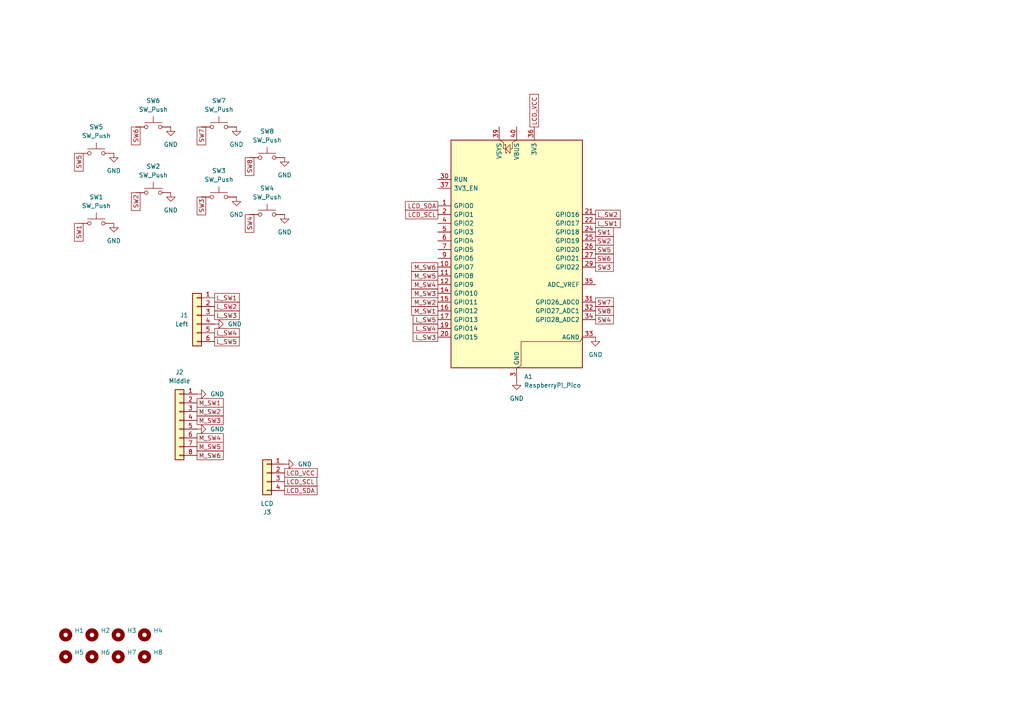
<source format=kicad_sch>
(kicad_sch
	(version 20250114)
	(generator "eeschema")
	(generator_version "9.0")
	(uuid "2905fa99-a92f-419b-a908-92edd4c01c4f")
	(paper "A4")
	(lib_symbols
		(symbol "Connector_Generic:Conn_01x04"
			(pin_names
				(offset 1.016)
				(hide yes)
			)
			(exclude_from_sim no)
			(in_bom yes)
			(on_board yes)
			(property "Reference" "J"
				(at 0 5.08 0)
				(effects
					(font
						(size 1.27 1.27)
					)
				)
			)
			(property "Value" "Conn_01x04"
				(at 0 -7.62 0)
				(effects
					(font
						(size 1.27 1.27)
					)
				)
			)
			(property "Footprint" ""
				(at 0 0 0)
				(effects
					(font
						(size 1.27 1.27)
					)
					(hide yes)
				)
			)
			(property "Datasheet" "~"
				(at 0 0 0)
				(effects
					(font
						(size 1.27 1.27)
					)
					(hide yes)
				)
			)
			(property "Description" "Generic connector, single row, 01x04, script generated (kicad-library-utils/schlib/autogen/connector/)"
				(at 0 0 0)
				(effects
					(font
						(size 1.27 1.27)
					)
					(hide yes)
				)
			)
			(property "ki_keywords" "connector"
				(at 0 0 0)
				(effects
					(font
						(size 1.27 1.27)
					)
					(hide yes)
				)
			)
			(property "ki_fp_filters" "Connector*:*_1x??_*"
				(at 0 0 0)
				(effects
					(font
						(size 1.27 1.27)
					)
					(hide yes)
				)
			)
			(symbol "Conn_01x04_1_1"
				(rectangle
					(start -1.27 3.81)
					(end 1.27 -6.35)
					(stroke
						(width 0.254)
						(type default)
					)
					(fill
						(type background)
					)
				)
				(rectangle
					(start -1.27 2.667)
					(end 0 2.413)
					(stroke
						(width 0.1524)
						(type default)
					)
					(fill
						(type none)
					)
				)
				(rectangle
					(start -1.27 0.127)
					(end 0 -0.127)
					(stroke
						(width 0.1524)
						(type default)
					)
					(fill
						(type none)
					)
				)
				(rectangle
					(start -1.27 -2.413)
					(end 0 -2.667)
					(stroke
						(width 0.1524)
						(type default)
					)
					(fill
						(type none)
					)
				)
				(rectangle
					(start -1.27 -4.953)
					(end 0 -5.207)
					(stroke
						(width 0.1524)
						(type default)
					)
					(fill
						(type none)
					)
				)
				(pin passive line
					(at -5.08 2.54 0)
					(length 3.81)
					(name "Pin_1"
						(effects
							(font
								(size 1.27 1.27)
							)
						)
					)
					(number "1"
						(effects
							(font
								(size 1.27 1.27)
							)
						)
					)
				)
				(pin passive line
					(at -5.08 0 0)
					(length 3.81)
					(name "Pin_2"
						(effects
							(font
								(size 1.27 1.27)
							)
						)
					)
					(number "2"
						(effects
							(font
								(size 1.27 1.27)
							)
						)
					)
				)
				(pin passive line
					(at -5.08 -2.54 0)
					(length 3.81)
					(name "Pin_3"
						(effects
							(font
								(size 1.27 1.27)
							)
						)
					)
					(number "3"
						(effects
							(font
								(size 1.27 1.27)
							)
						)
					)
				)
				(pin passive line
					(at -5.08 -5.08 0)
					(length 3.81)
					(name "Pin_4"
						(effects
							(font
								(size 1.27 1.27)
							)
						)
					)
					(number "4"
						(effects
							(font
								(size 1.27 1.27)
							)
						)
					)
				)
			)
			(embedded_fonts no)
		)
		(symbol "Connector_Generic:Conn_01x06"
			(pin_names
				(offset 1.016)
				(hide yes)
			)
			(exclude_from_sim no)
			(in_bom yes)
			(on_board yes)
			(property "Reference" "J"
				(at 0 7.62 0)
				(effects
					(font
						(size 1.27 1.27)
					)
				)
			)
			(property "Value" "Conn_01x06"
				(at 0 -10.16 0)
				(effects
					(font
						(size 1.27 1.27)
					)
				)
			)
			(property "Footprint" ""
				(at 0 0 0)
				(effects
					(font
						(size 1.27 1.27)
					)
					(hide yes)
				)
			)
			(property "Datasheet" "~"
				(at 0 0 0)
				(effects
					(font
						(size 1.27 1.27)
					)
					(hide yes)
				)
			)
			(property "Description" "Generic connector, single row, 01x06, script generated (kicad-library-utils/schlib/autogen/connector/)"
				(at 0 0 0)
				(effects
					(font
						(size 1.27 1.27)
					)
					(hide yes)
				)
			)
			(property "ki_keywords" "connector"
				(at 0 0 0)
				(effects
					(font
						(size 1.27 1.27)
					)
					(hide yes)
				)
			)
			(property "ki_fp_filters" "Connector*:*_1x??_*"
				(at 0 0 0)
				(effects
					(font
						(size 1.27 1.27)
					)
					(hide yes)
				)
			)
			(symbol "Conn_01x06_1_1"
				(rectangle
					(start -1.27 6.35)
					(end 1.27 -8.89)
					(stroke
						(width 0.254)
						(type default)
					)
					(fill
						(type background)
					)
				)
				(rectangle
					(start -1.27 5.207)
					(end 0 4.953)
					(stroke
						(width 0.1524)
						(type default)
					)
					(fill
						(type none)
					)
				)
				(rectangle
					(start -1.27 2.667)
					(end 0 2.413)
					(stroke
						(width 0.1524)
						(type default)
					)
					(fill
						(type none)
					)
				)
				(rectangle
					(start -1.27 0.127)
					(end 0 -0.127)
					(stroke
						(width 0.1524)
						(type default)
					)
					(fill
						(type none)
					)
				)
				(rectangle
					(start -1.27 -2.413)
					(end 0 -2.667)
					(stroke
						(width 0.1524)
						(type default)
					)
					(fill
						(type none)
					)
				)
				(rectangle
					(start -1.27 -4.953)
					(end 0 -5.207)
					(stroke
						(width 0.1524)
						(type default)
					)
					(fill
						(type none)
					)
				)
				(rectangle
					(start -1.27 -7.493)
					(end 0 -7.747)
					(stroke
						(width 0.1524)
						(type default)
					)
					(fill
						(type none)
					)
				)
				(pin passive line
					(at -5.08 5.08 0)
					(length 3.81)
					(name "Pin_1"
						(effects
							(font
								(size 1.27 1.27)
							)
						)
					)
					(number "1"
						(effects
							(font
								(size 1.27 1.27)
							)
						)
					)
				)
				(pin passive line
					(at -5.08 2.54 0)
					(length 3.81)
					(name "Pin_2"
						(effects
							(font
								(size 1.27 1.27)
							)
						)
					)
					(number "2"
						(effects
							(font
								(size 1.27 1.27)
							)
						)
					)
				)
				(pin passive line
					(at -5.08 0 0)
					(length 3.81)
					(name "Pin_3"
						(effects
							(font
								(size 1.27 1.27)
							)
						)
					)
					(number "3"
						(effects
							(font
								(size 1.27 1.27)
							)
						)
					)
				)
				(pin passive line
					(at -5.08 -2.54 0)
					(length 3.81)
					(name "Pin_4"
						(effects
							(font
								(size 1.27 1.27)
							)
						)
					)
					(number "4"
						(effects
							(font
								(size 1.27 1.27)
							)
						)
					)
				)
				(pin passive line
					(at -5.08 -5.08 0)
					(length 3.81)
					(name "Pin_5"
						(effects
							(font
								(size 1.27 1.27)
							)
						)
					)
					(number "5"
						(effects
							(font
								(size 1.27 1.27)
							)
						)
					)
				)
				(pin passive line
					(at -5.08 -7.62 0)
					(length 3.81)
					(name "Pin_6"
						(effects
							(font
								(size 1.27 1.27)
							)
						)
					)
					(number "6"
						(effects
							(font
								(size 1.27 1.27)
							)
						)
					)
				)
			)
			(embedded_fonts no)
		)
		(symbol "Connector_Generic:Conn_01x08"
			(pin_names
				(offset 1.016)
				(hide yes)
			)
			(exclude_from_sim no)
			(in_bom yes)
			(on_board yes)
			(property "Reference" "J"
				(at 0 10.16 0)
				(effects
					(font
						(size 1.27 1.27)
					)
				)
			)
			(property "Value" "Conn_01x08"
				(at 0 -12.7 0)
				(effects
					(font
						(size 1.27 1.27)
					)
				)
			)
			(property "Footprint" ""
				(at 0 0 0)
				(effects
					(font
						(size 1.27 1.27)
					)
					(hide yes)
				)
			)
			(property "Datasheet" "~"
				(at 0 0 0)
				(effects
					(font
						(size 1.27 1.27)
					)
					(hide yes)
				)
			)
			(property "Description" "Generic connector, single row, 01x08, script generated (kicad-library-utils/schlib/autogen/connector/)"
				(at 0 0 0)
				(effects
					(font
						(size 1.27 1.27)
					)
					(hide yes)
				)
			)
			(property "ki_keywords" "connector"
				(at 0 0 0)
				(effects
					(font
						(size 1.27 1.27)
					)
					(hide yes)
				)
			)
			(property "ki_fp_filters" "Connector*:*_1x??_*"
				(at 0 0 0)
				(effects
					(font
						(size 1.27 1.27)
					)
					(hide yes)
				)
			)
			(symbol "Conn_01x08_1_1"
				(rectangle
					(start -1.27 8.89)
					(end 1.27 -11.43)
					(stroke
						(width 0.254)
						(type default)
					)
					(fill
						(type background)
					)
				)
				(rectangle
					(start -1.27 7.747)
					(end 0 7.493)
					(stroke
						(width 0.1524)
						(type default)
					)
					(fill
						(type none)
					)
				)
				(rectangle
					(start -1.27 5.207)
					(end 0 4.953)
					(stroke
						(width 0.1524)
						(type default)
					)
					(fill
						(type none)
					)
				)
				(rectangle
					(start -1.27 2.667)
					(end 0 2.413)
					(stroke
						(width 0.1524)
						(type default)
					)
					(fill
						(type none)
					)
				)
				(rectangle
					(start -1.27 0.127)
					(end 0 -0.127)
					(stroke
						(width 0.1524)
						(type default)
					)
					(fill
						(type none)
					)
				)
				(rectangle
					(start -1.27 -2.413)
					(end 0 -2.667)
					(stroke
						(width 0.1524)
						(type default)
					)
					(fill
						(type none)
					)
				)
				(rectangle
					(start -1.27 -4.953)
					(end 0 -5.207)
					(stroke
						(width 0.1524)
						(type default)
					)
					(fill
						(type none)
					)
				)
				(rectangle
					(start -1.27 -7.493)
					(end 0 -7.747)
					(stroke
						(width 0.1524)
						(type default)
					)
					(fill
						(type none)
					)
				)
				(rectangle
					(start -1.27 -10.033)
					(end 0 -10.287)
					(stroke
						(width 0.1524)
						(type default)
					)
					(fill
						(type none)
					)
				)
				(pin passive line
					(at -5.08 7.62 0)
					(length 3.81)
					(name "Pin_1"
						(effects
							(font
								(size 1.27 1.27)
							)
						)
					)
					(number "1"
						(effects
							(font
								(size 1.27 1.27)
							)
						)
					)
				)
				(pin passive line
					(at -5.08 5.08 0)
					(length 3.81)
					(name "Pin_2"
						(effects
							(font
								(size 1.27 1.27)
							)
						)
					)
					(number "2"
						(effects
							(font
								(size 1.27 1.27)
							)
						)
					)
				)
				(pin passive line
					(at -5.08 2.54 0)
					(length 3.81)
					(name "Pin_3"
						(effects
							(font
								(size 1.27 1.27)
							)
						)
					)
					(number "3"
						(effects
							(font
								(size 1.27 1.27)
							)
						)
					)
				)
				(pin passive line
					(at -5.08 0 0)
					(length 3.81)
					(name "Pin_4"
						(effects
							(font
								(size 1.27 1.27)
							)
						)
					)
					(number "4"
						(effects
							(font
								(size 1.27 1.27)
							)
						)
					)
				)
				(pin passive line
					(at -5.08 -2.54 0)
					(length 3.81)
					(name "Pin_5"
						(effects
							(font
								(size 1.27 1.27)
							)
						)
					)
					(number "5"
						(effects
							(font
								(size 1.27 1.27)
							)
						)
					)
				)
				(pin passive line
					(at -5.08 -5.08 0)
					(length 3.81)
					(name "Pin_6"
						(effects
							(font
								(size 1.27 1.27)
							)
						)
					)
					(number "6"
						(effects
							(font
								(size 1.27 1.27)
							)
						)
					)
				)
				(pin passive line
					(at -5.08 -7.62 0)
					(length 3.81)
					(name "Pin_7"
						(effects
							(font
								(size 1.27 1.27)
							)
						)
					)
					(number "7"
						(effects
							(font
								(size 1.27 1.27)
							)
						)
					)
				)
				(pin passive line
					(at -5.08 -10.16 0)
					(length 3.81)
					(name "Pin_8"
						(effects
							(font
								(size 1.27 1.27)
							)
						)
					)
					(number "8"
						(effects
							(font
								(size 1.27 1.27)
							)
						)
					)
				)
			)
			(embedded_fonts no)
		)
		(symbol "MCU_Module:RaspberryPi_Pico"
			(pin_names
				(offset 0.762)
			)
			(exclude_from_sim no)
			(in_bom yes)
			(on_board yes)
			(property "Reference" "A"
				(at -19.05 35.56 0)
				(effects
					(font
						(size 1.27 1.27)
					)
					(justify left)
				)
			)
			(property "Value" "RaspberryPi_Pico"
				(at 7.62 35.56 0)
				(effects
					(font
						(size 1.27 1.27)
					)
					(justify left)
				)
			)
			(property "Footprint" "Module:RaspberryPi_Pico_Common_Unspecified"
				(at 0 -46.99 0)
				(effects
					(font
						(size 1.27 1.27)
					)
					(hide yes)
				)
			)
			(property "Datasheet" "https://datasheets.raspberrypi.com/pico/pico-datasheet.pdf"
				(at 0 -49.53 0)
				(effects
					(font
						(size 1.27 1.27)
					)
					(hide yes)
				)
			)
			(property "Description" "Versatile and inexpensive microcontroller module powered by RP2040 dual-core Arm Cortex-M0+ processor up to 133 MHz, 264kB SRAM, 2MB QSPI flash; also supports Raspberry Pi Pico 2"
				(at 0 -52.07 0)
				(effects
					(font
						(size 1.27 1.27)
					)
					(hide yes)
				)
			)
			(property "ki_keywords" "RP2350A M33 RISC-V Hazard3 usb"
				(at 0 0 0)
				(effects
					(font
						(size 1.27 1.27)
					)
					(hide yes)
				)
			)
			(property "ki_fp_filters" "RaspberryPi?Pico?Common* RaspberryPi?Pico?SMD*"
				(at 0 0 0)
				(effects
					(font
						(size 1.27 1.27)
					)
					(hide yes)
				)
			)
			(symbol "RaspberryPi_Pico_0_1"
				(rectangle
					(start -19.05 34.29)
					(end 19.05 -31.75)
					(stroke
						(width 0.254)
						(type default)
					)
					(fill
						(type background)
					)
				)
				(polyline
					(pts
						(xy -5.08 34.29) (xy -3.81 33.655) (xy -3.81 31.75) (xy -3.175 31.75)
					)
					(stroke
						(width 0)
						(type default)
					)
					(fill
						(type none)
					)
				)
				(polyline
					(pts
						(xy -3.429 32.766) (xy -3.429 33.02) (xy -3.175 33.02) (xy -3.175 30.48) (xy -2.921 30.48) (xy -2.921 30.734)
					)
					(stroke
						(width 0)
						(type default)
					)
					(fill
						(type none)
					)
				)
				(polyline
					(pts
						(xy -3.175 31.75) (xy -1.905 33.02) (xy -1.905 30.48) (xy -3.175 31.75)
					)
					(stroke
						(width 0)
						(type default)
					)
					(fill
						(type none)
					)
				)
				(polyline
					(pts
						(xy 0 34.29) (xy -1.27 33.655) (xy -1.27 31.75) (xy -1.905 31.75)
					)
					(stroke
						(width 0)
						(type default)
					)
					(fill
						(type none)
					)
				)
				(polyline
					(pts
						(xy 0 -31.75) (xy 1.27 -31.115) (xy 1.27 -24.13) (xy 18.415 -24.13) (xy 19.05 -22.86)
					)
					(stroke
						(width 0)
						(type default)
					)
					(fill
						(type none)
					)
				)
			)
			(symbol "RaspberryPi_Pico_1_1"
				(pin passive line
					(at -22.86 22.86 0)
					(length 3.81)
					(name "RUN"
						(effects
							(font
								(size 1.27 1.27)
							)
						)
					)
					(number "30"
						(effects
							(font
								(size 1.27 1.27)
							)
						)
					)
					(alternate "~{RESET}" passive line)
				)
				(pin passive line
					(at -22.86 20.32 0)
					(length 3.81)
					(name "3V3_EN"
						(effects
							(font
								(size 1.27 1.27)
							)
						)
					)
					(number "37"
						(effects
							(font
								(size 1.27 1.27)
							)
						)
					)
					(alternate "~{3V3_DISABLE}" passive line)
				)
				(pin bidirectional line
					(at -22.86 15.24 0)
					(length 3.81)
					(name "GPIO0"
						(effects
							(font
								(size 1.27 1.27)
							)
						)
					)
					(number "1"
						(effects
							(font
								(size 1.27 1.27)
							)
						)
					)
					(alternate "I2C0_SDA" bidirectional line)
					(alternate "PWM0_A" output line)
					(alternate "SPI0_RX" input line)
					(alternate "UART0_TX" output line)
					(alternate "USB_OVCUR_DET" input line)
				)
				(pin bidirectional line
					(at -22.86 12.7 0)
					(length 3.81)
					(name "GPIO1"
						(effects
							(font
								(size 1.27 1.27)
							)
						)
					)
					(number "2"
						(effects
							(font
								(size 1.27 1.27)
							)
						)
					)
					(alternate "I2C0_SCL" bidirectional clock)
					(alternate "PWM0_B" bidirectional line)
					(alternate "UART0_RX" input line)
					(alternate "USB_VBUS_DET" passive line)
					(alternate "~{SPI0_CSn}" bidirectional line)
				)
				(pin bidirectional line
					(at -22.86 10.16 0)
					(length 3.81)
					(name "GPIO2"
						(effects
							(font
								(size 1.27 1.27)
							)
						)
					)
					(number "4"
						(effects
							(font
								(size 1.27 1.27)
							)
						)
					)
					(alternate "I2C1_SDA" bidirectional line)
					(alternate "PWM1_A" output line)
					(alternate "SPI0_SCK" bidirectional clock)
					(alternate "UART0_CTS" input line)
					(alternate "USB_VBUS_EN" output line)
				)
				(pin bidirectional line
					(at -22.86 7.62 0)
					(length 3.81)
					(name "GPIO3"
						(effects
							(font
								(size 1.27 1.27)
							)
						)
					)
					(number "5"
						(effects
							(font
								(size 1.27 1.27)
							)
						)
					)
					(alternate "I2C1_SCL" bidirectional clock)
					(alternate "PWM1_B" bidirectional line)
					(alternate "SPI0_TX" output line)
					(alternate "UART0_RTS" output line)
					(alternate "USB_OVCUR_DET" input line)
				)
				(pin bidirectional line
					(at -22.86 5.08 0)
					(length 3.81)
					(name "GPIO4"
						(effects
							(font
								(size 1.27 1.27)
							)
						)
					)
					(number "6"
						(effects
							(font
								(size 1.27 1.27)
							)
						)
					)
					(alternate "I2C0_SDA" bidirectional line)
					(alternate "PWM2_A" output line)
					(alternate "SPI0_RX" input line)
					(alternate "UART1_TX" output line)
					(alternate "USB_VBUS_DET" input line)
				)
				(pin bidirectional line
					(at -22.86 2.54 0)
					(length 3.81)
					(name "GPIO5"
						(effects
							(font
								(size 1.27 1.27)
							)
						)
					)
					(number "7"
						(effects
							(font
								(size 1.27 1.27)
							)
						)
					)
					(alternate "I2C0_SCL" bidirectional clock)
					(alternate "PWM2_B" bidirectional line)
					(alternate "UART1_RX" input line)
					(alternate "USB_VBUS_EN" output line)
					(alternate "~{SPI0_CSn}" bidirectional line)
				)
				(pin bidirectional line
					(at -22.86 0 0)
					(length 3.81)
					(name "GPIO6"
						(effects
							(font
								(size 1.27 1.27)
							)
						)
					)
					(number "9"
						(effects
							(font
								(size 1.27 1.27)
							)
						)
					)
					(alternate "I2C1_SDA" bidirectional line)
					(alternate "PWM3_A" output line)
					(alternate "SPI0_SCK" bidirectional clock)
					(alternate "UART1_CTS" input line)
					(alternate "USB_OVCUR_DET" input line)
				)
				(pin bidirectional line
					(at -22.86 -2.54 0)
					(length 3.81)
					(name "GPIO7"
						(effects
							(font
								(size 1.27 1.27)
							)
						)
					)
					(number "10"
						(effects
							(font
								(size 1.27 1.27)
							)
						)
					)
					(alternate "I2C1_SCL" bidirectional clock)
					(alternate "PWM3_B" bidirectional line)
					(alternate "SPI0_TX" output line)
					(alternate "UART1_RTS" output line)
					(alternate "USB_VBUS_DET" input line)
				)
				(pin bidirectional line
					(at -22.86 -5.08 0)
					(length 3.81)
					(name "GPIO8"
						(effects
							(font
								(size 1.27 1.27)
							)
						)
					)
					(number "11"
						(effects
							(font
								(size 1.27 1.27)
							)
						)
					)
					(alternate "I2C0_SDA" bidirectional line)
					(alternate "PWM4_A" output line)
					(alternate "SPI1_RX" input line)
					(alternate "UART1_TX" output line)
					(alternate "USB_VBUS_EN" output line)
				)
				(pin bidirectional line
					(at -22.86 -7.62 0)
					(length 3.81)
					(name "GPIO9"
						(effects
							(font
								(size 1.27 1.27)
							)
						)
					)
					(number "12"
						(effects
							(font
								(size 1.27 1.27)
							)
						)
					)
					(alternate "I2C0_SCL" bidirectional clock)
					(alternate "PWM4_B" bidirectional line)
					(alternate "UART1_RX" input line)
					(alternate "USB_OVCUR_DET" input line)
					(alternate "~{SPI1_CSn}" bidirectional line)
				)
				(pin bidirectional line
					(at -22.86 -10.16 0)
					(length 3.81)
					(name "GPIO10"
						(effects
							(font
								(size 1.27 1.27)
							)
						)
					)
					(number "14"
						(effects
							(font
								(size 1.27 1.27)
							)
						)
					)
					(alternate "I2C1_SDA" bidirectional line)
					(alternate "PWM5_A" output line)
					(alternate "SPI1_SCK" bidirectional clock)
					(alternate "UART1_CTS" input line)
					(alternate "USB_VBUS_DET" input line)
				)
				(pin bidirectional line
					(at -22.86 -12.7 0)
					(length 3.81)
					(name "GPIO11"
						(effects
							(font
								(size 1.27 1.27)
							)
						)
					)
					(number "15"
						(effects
							(font
								(size 1.27 1.27)
							)
						)
					)
					(alternate "I2C1_SCL" bidirectional clock)
					(alternate "PWM5_B" bidirectional line)
					(alternate "SPI1_TX" output line)
					(alternate "UART1_RTS" output line)
					(alternate "USB_VBUS_EN" output line)
				)
				(pin bidirectional line
					(at -22.86 -15.24 0)
					(length 3.81)
					(name "GPIO12"
						(effects
							(font
								(size 1.27 1.27)
							)
						)
					)
					(number "16"
						(effects
							(font
								(size 1.27 1.27)
							)
						)
					)
					(alternate "I2C0_SDA" bidirectional line)
					(alternate "PWM6_A" output line)
					(alternate "SPI1_RX" input line)
					(alternate "UART0_TX" output line)
					(alternate "USB_OVCUR_DET" input line)
				)
				(pin bidirectional line
					(at -22.86 -17.78 0)
					(length 3.81)
					(name "GPIO13"
						(effects
							(font
								(size 1.27 1.27)
							)
						)
					)
					(number "17"
						(effects
							(font
								(size 1.27 1.27)
							)
						)
					)
					(alternate "I2C0_SCL" bidirectional clock)
					(alternate "PWM6_B" bidirectional line)
					(alternate "UART0_RX" input line)
					(alternate "USB_VBUS_DET" input line)
					(alternate "~{SPI1_CSn}" bidirectional line)
				)
				(pin bidirectional line
					(at -22.86 -20.32 0)
					(length 3.81)
					(name "GPIO14"
						(effects
							(font
								(size 1.27 1.27)
							)
						)
					)
					(number "19"
						(effects
							(font
								(size 1.27 1.27)
							)
						)
					)
					(alternate "I2C1_SDA" bidirectional line)
					(alternate "PWM7_A" output line)
					(alternate "SPI1_SCK" bidirectional clock)
					(alternate "UART0_CTS" input line)
					(alternate "USB_VBUS_EN" output line)
				)
				(pin bidirectional line
					(at -22.86 -22.86 0)
					(length 3.81)
					(name "GPIO15"
						(effects
							(font
								(size 1.27 1.27)
							)
						)
					)
					(number "20"
						(effects
							(font
								(size 1.27 1.27)
							)
						)
					)
					(alternate "I2C1_SCL" bidirectional clock)
					(alternate "PWM7_B" bidirectional line)
					(alternate "SPI1_TX" output line)
					(alternate "UART0_RTS" output line)
					(alternate "USB_OVCUR_DET" input line)
				)
				(pin power_in line
					(at -5.08 38.1 270)
					(length 3.81)
					(name "VSYS"
						(effects
							(font
								(size 1.27 1.27)
							)
						)
					)
					(number "39"
						(effects
							(font
								(size 1.27 1.27)
							)
						)
					)
					(alternate "VSYS_OUT" power_out line)
				)
				(pin power_out line
					(at 0 38.1 270)
					(length 3.81)
					(name "VBUS"
						(effects
							(font
								(size 1.27 1.27)
							)
						)
					)
					(number "40"
						(effects
							(font
								(size 1.27 1.27)
							)
						)
					)
					(alternate "VBUS_IN" power_in line)
				)
				(pin passive line
					(at 0 -35.56 90)
					(length 3.81)
					(hide yes)
					(name "GND"
						(effects
							(font
								(size 1.27 1.27)
							)
						)
					)
					(number "13"
						(effects
							(font
								(size 1.27 1.27)
							)
						)
					)
				)
				(pin passive line
					(at 0 -35.56 90)
					(length 3.81)
					(hide yes)
					(name "GND"
						(effects
							(font
								(size 1.27 1.27)
							)
						)
					)
					(number "18"
						(effects
							(font
								(size 1.27 1.27)
							)
						)
					)
				)
				(pin passive line
					(at 0 -35.56 90)
					(length 3.81)
					(hide yes)
					(name "GND"
						(effects
							(font
								(size 1.27 1.27)
							)
						)
					)
					(number "23"
						(effects
							(font
								(size 1.27 1.27)
							)
						)
					)
				)
				(pin passive line
					(at 0 -35.56 90)
					(length 3.81)
					(hide yes)
					(name "GND"
						(effects
							(font
								(size 1.27 1.27)
							)
						)
					)
					(number "28"
						(effects
							(font
								(size 1.27 1.27)
							)
						)
					)
				)
				(pin power_out line
					(at 0 -35.56 90)
					(length 3.81)
					(name "GND"
						(effects
							(font
								(size 1.27 1.27)
							)
						)
					)
					(number "3"
						(effects
							(font
								(size 1.27 1.27)
							)
						)
					)
					(alternate "GND_IN" power_in line)
				)
				(pin passive line
					(at 0 -35.56 90)
					(length 3.81)
					(hide yes)
					(name "GND"
						(effects
							(font
								(size 1.27 1.27)
							)
						)
					)
					(number "38"
						(effects
							(font
								(size 1.27 1.27)
							)
						)
					)
				)
				(pin passive line
					(at 0 -35.56 90)
					(length 3.81)
					(hide yes)
					(name "GND"
						(effects
							(font
								(size 1.27 1.27)
							)
						)
					)
					(number "8"
						(effects
							(font
								(size 1.27 1.27)
							)
						)
					)
				)
				(pin power_out line
					(at 5.08 38.1 270)
					(length 3.81)
					(name "3V3"
						(effects
							(font
								(size 1.27 1.27)
							)
						)
					)
					(number "36"
						(effects
							(font
								(size 1.27 1.27)
							)
						)
					)
				)
				(pin bidirectional line
					(at 22.86 12.7 180)
					(length 3.81)
					(name "GPIO16"
						(effects
							(font
								(size 1.27 1.27)
							)
						)
					)
					(number "21"
						(effects
							(font
								(size 1.27 1.27)
							)
						)
					)
					(alternate "I2C0_SDA" bidirectional line)
					(alternate "PWM0_A" output line)
					(alternate "SPI0_RX" input line)
					(alternate "UART0_TX" output line)
					(alternate "USB_VBUS_DET" input line)
				)
				(pin bidirectional line
					(at 22.86 10.16 180)
					(length 3.81)
					(name "GPIO17"
						(effects
							(font
								(size 1.27 1.27)
							)
						)
					)
					(number "22"
						(effects
							(font
								(size 1.27 1.27)
							)
						)
					)
					(alternate "I2C0_SCL" bidirectional clock)
					(alternate "PWM0_B" bidirectional line)
					(alternate "UART0_RX" input line)
					(alternate "USB_VBUS_EN" output line)
					(alternate "~{SPI0_CSn}" bidirectional line)
				)
				(pin bidirectional line
					(at 22.86 7.62 180)
					(length 3.81)
					(name "GPIO18"
						(effects
							(font
								(size 1.27 1.27)
							)
						)
					)
					(number "24"
						(effects
							(font
								(size 1.27 1.27)
							)
						)
					)
					(alternate "I2C1_SDA" bidirectional line)
					(alternate "PWM1_A" output line)
					(alternate "SPI0_SCK" bidirectional clock)
					(alternate "UART0_CTS" input line)
					(alternate "USB_OVCUR_DET" input line)
				)
				(pin bidirectional line
					(at 22.86 5.08 180)
					(length 3.81)
					(name "GPIO19"
						(effects
							(font
								(size 1.27 1.27)
							)
						)
					)
					(number "25"
						(effects
							(font
								(size 1.27 1.27)
							)
						)
					)
					(alternate "I2C1_SCL" bidirectional clock)
					(alternate "PWM1_B" bidirectional line)
					(alternate "SPI0_TX" output line)
					(alternate "UART0_RTS" output line)
					(alternate "USB_VBUS_DET" input line)
				)
				(pin bidirectional line
					(at 22.86 2.54 180)
					(length 3.81)
					(name "GPIO20"
						(effects
							(font
								(size 1.27 1.27)
							)
						)
					)
					(number "26"
						(effects
							(font
								(size 1.27 1.27)
							)
						)
					)
					(alternate "CLOCK_GPIN0" input clock)
					(alternate "I2C0_SDA" bidirectional line)
					(alternate "PWM2_A" output line)
					(alternate "SPI0_RX" input line)
					(alternate "UART1_TX" output line)
					(alternate "USB_VBUS_EN" output line)
				)
				(pin bidirectional line
					(at 22.86 0 180)
					(length 3.81)
					(name "GPIO21"
						(effects
							(font
								(size 1.27 1.27)
							)
						)
					)
					(number "27"
						(effects
							(font
								(size 1.27 1.27)
							)
						)
					)
					(alternate "CLOCK_GPOUT0" output clock)
					(alternate "I2C0_SCL" bidirectional clock)
					(alternate "PWM2_B" bidirectional line)
					(alternate "UART1_RX" input line)
					(alternate "USB_OVCUR_DET" input line)
					(alternate "~{SPI0_CSn}" bidirectional line)
				)
				(pin bidirectional line
					(at 22.86 -2.54 180)
					(length 3.81)
					(name "GPIO22"
						(effects
							(font
								(size 1.27 1.27)
							)
						)
					)
					(number "29"
						(effects
							(font
								(size 1.27 1.27)
							)
						)
					)
					(alternate "CLOCK_GPIN1" input clock)
					(alternate "I2C1_SDA" bidirectional line)
					(alternate "PWM3_A" output line)
					(alternate "SPI0_SCK" bidirectional clock)
					(alternate "UART1_CTS" input line)
					(alternate "USB_VBUS_DET" input line)
				)
				(pin power_in line
					(at 22.86 -7.62 180)
					(length 3.81)
					(name "ADC_VREF"
						(effects
							(font
								(size 1.27 1.27)
							)
						)
					)
					(number "35"
						(effects
							(font
								(size 1.27 1.27)
							)
						)
					)
				)
				(pin bidirectional line
					(at 22.86 -12.7 180)
					(length 3.81)
					(name "GPIO26_ADC0"
						(effects
							(font
								(size 1.27 1.27)
							)
						)
					)
					(number "31"
						(effects
							(font
								(size 1.27 1.27)
							)
						)
					)
					(alternate "ADC0" input line)
					(alternate "GPIO26" bidirectional line)
					(alternate "I2C1_SDA" bidirectional line)
					(alternate "PWM5_A" output line)
					(alternate "SPI1_SCK" bidirectional clock)
					(alternate "UART1_CTS" input line)
					(alternate "USB_VBUS_EN" output line)
				)
				(pin bidirectional line
					(at 22.86 -15.24 180)
					(length 3.81)
					(name "GPIO27_ADC1"
						(effects
							(font
								(size 1.27 1.27)
							)
						)
					)
					(number "32"
						(effects
							(font
								(size 1.27 1.27)
							)
						)
					)
					(alternate "ADC1" input line)
					(alternate "GPIO27" bidirectional line)
					(alternate "I2C1_SCL" bidirectional clock)
					(alternate "PWM5_B" bidirectional line)
					(alternate "SPI1_TX" output line)
					(alternate "UART1_RTS" output line)
					(alternate "USB_OVCUR_DET" input line)
				)
				(pin bidirectional line
					(at 22.86 -17.78 180)
					(length 3.81)
					(name "GPIO28_ADC2"
						(effects
							(font
								(size 1.27 1.27)
							)
						)
					)
					(number "34"
						(effects
							(font
								(size 1.27 1.27)
							)
						)
					)
					(alternate "ADC2" input line)
					(alternate "GPIO28" bidirectional line)
					(alternate "I2C0_SDA" bidirectional line)
					(alternate "PWM6_A" output line)
					(alternate "SPI1_RX" input line)
					(alternate "UART0_TX" output line)
					(alternate "USB_VBUS_DET" input line)
				)
				(pin power_out line
					(at 22.86 -22.86 180)
					(length 3.81)
					(name "AGND"
						(effects
							(font
								(size 1.27 1.27)
							)
						)
					)
					(number "33"
						(effects
							(font
								(size 1.27 1.27)
							)
						)
					)
					(alternate "GND" passive line)
				)
			)
			(embedded_fonts no)
		)
		(symbol "Mechanical:MountingHole"
			(pin_names
				(offset 1.016)
			)
			(exclude_from_sim no)
			(in_bom no)
			(on_board yes)
			(property "Reference" "H"
				(at 0 5.08 0)
				(effects
					(font
						(size 1.27 1.27)
					)
				)
			)
			(property "Value" "MountingHole"
				(at 0 3.175 0)
				(effects
					(font
						(size 1.27 1.27)
					)
				)
			)
			(property "Footprint" ""
				(at 0 0 0)
				(effects
					(font
						(size 1.27 1.27)
					)
					(hide yes)
				)
			)
			(property "Datasheet" "~"
				(at 0 0 0)
				(effects
					(font
						(size 1.27 1.27)
					)
					(hide yes)
				)
			)
			(property "Description" "Mounting Hole without connection"
				(at 0 0 0)
				(effects
					(font
						(size 1.27 1.27)
					)
					(hide yes)
				)
			)
			(property "ki_keywords" "mounting hole"
				(at 0 0 0)
				(effects
					(font
						(size 1.27 1.27)
					)
					(hide yes)
				)
			)
			(property "ki_fp_filters" "MountingHole*"
				(at 0 0 0)
				(effects
					(font
						(size 1.27 1.27)
					)
					(hide yes)
				)
			)
			(symbol "MountingHole_0_1"
				(circle
					(center 0 0)
					(radius 1.27)
					(stroke
						(width 1.27)
						(type default)
					)
					(fill
						(type none)
					)
				)
			)
			(embedded_fonts no)
		)
		(symbol "Switch:SW_Push"
			(pin_numbers
				(hide yes)
			)
			(pin_names
				(offset 1.016)
				(hide yes)
			)
			(exclude_from_sim no)
			(in_bom yes)
			(on_board yes)
			(property "Reference" "SW"
				(at 1.27 2.54 0)
				(effects
					(font
						(size 1.27 1.27)
					)
					(justify left)
				)
			)
			(property "Value" "SW_Push"
				(at 0 -1.524 0)
				(effects
					(font
						(size 1.27 1.27)
					)
				)
			)
			(property "Footprint" ""
				(at 0 5.08 0)
				(effects
					(font
						(size 1.27 1.27)
					)
					(hide yes)
				)
			)
			(property "Datasheet" "~"
				(at 0 5.08 0)
				(effects
					(font
						(size 1.27 1.27)
					)
					(hide yes)
				)
			)
			(property "Description" "Push button switch, generic, two pins"
				(at 0 0 0)
				(effects
					(font
						(size 1.27 1.27)
					)
					(hide yes)
				)
			)
			(property "ki_keywords" "switch normally-open pushbutton push-button"
				(at 0 0 0)
				(effects
					(font
						(size 1.27 1.27)
					)
					(hide yes)
				)
			)
			(symbol "SW_Push_0_1"
				(circle
					(center -2.032 0)
					(radius 0.508)
					(stroke
						(width 0)
						(type default)
					)
					(fill
						(type none)
					)
				)
				(polyline
					(pts
						(xy 0 1.27) (xy 0 3.048)
					)
					(stroke
						(width 0)
						(type default)
					)
					(fill
						(type none)
					)
				)
				(circle
					(center 2.032 0)
					(radius 0.508)
					(stroke
						(width 0)
						(type default)
					)
					(fill
						(type none)
					)
				)
				(polyline
					(pts
						(xy 2.54 1.27) (xy -2.54 1.27)
					)
					(stroke
						(width 0)
						(type default)
					)
					(fill
						(type none)
					)
				)
				(pin passive line
					(at -5.08 0 0)
					(length 2.54)
					(name "1"
						(effects
							(font
								(size 1.27 1.27)
							)
						)
					)
					(number "1"
						(effects
							(font
								(size 1.27 1.27)
							)
						)
					)
				)
				(pin passive line
					(at 5.08 0 180)
					(length 2.54)
					(name "2"
						(effects
							(font
								(size 1.27 1.27)
							)
						)
					)
					(number "2"
						(effects
							(font
								(size 1.27 1.27)
							)
						)
					)
				)
			)
			(embedded_fonts no)
		)
		(symbol "power:GND"
			(power)
			(pin_numbers
				(hide yes)
			)
			(pin_names
				(offset 0)
				(hide yes)
			)
			(exclude_from_sim no)
			(in_bom yes)
			(on_board yes)
			(property "Reference" "#PWR"
				(at 0 -6.35 0)
				(effects
					(font
						(size 1.27 1.27)
					)
					(hide yes)
				)
			)
			(property "Value" "GND"
				(at 0 -3.81 0)
				(effects
					(font
						(size 1.27 1.27)
					)
				)
			)
			(property "Footprint" ""
				(at 0 0 0)
				(effects
					(font
						(size 1.27 1.27)
					)
					(hide yes)
				)
			)
			(property "Datasheet" ""
				(at 0 0 0)
				(effects
					(font
						(size 1.27 1.27)
					)
					(hide yes)
				)
			)
			(property "Description" "Power symbol creates a global label with name \"GND\" , ground"
				(at 0 0 0)
				(effects
					(font
						(size 1.27 1.27)
					)
					(hide yes)
				)
			)
			(property "ki_keywords" "global power"
				(at 0 0 0)
				(effects
					(font
						(size 1.27 1.27)
					)
					(hide yes)
				)
			)
			(symbol "GND_0_1"
				(polyline
					(pts
						(xy 0 0) (xy 0 -1.27) (xy 1.27 -1.27) (xy 0 -2.54) (xy -1.27 -1.27) (xy 0 -1.27)
					)
					(stroke
						(width 0)
						(type default)
					)
					(fill
						(type none)
					)
				)
			)
			(symbol "GND_1_1"
				(pin power_in line
					(at 0 0 270)
					(length 0)
					(name "~"
						(effects
							(font
								(size 1.27 1.27)
							)
						)
					)
					(number "1"
						(effects
							(font
								(size 1.27 1.27)
							)
						)
					)
				)
			)
			(embedded_fonts no)
		)
	)
	(global_label "SW3"
		(shape passive)
		(at 172.72 77.47 0)
		(fields_autoplaced yes)
		(effects
			(font
				(size 1.27 1.27)
			)
			(justify left)
		)
		(uuid "00d8b152-2f2e-4308-8529-3fccc8664a56")
		(property "Intersheetrefs" "${INTERSHEET_REFS}"
			(at 178.4643 77.47 0)
			(effects
				(font
					(size 1.27 1.27)
				)
				(justify left)
				(hide yes)
			)
		)
	)
	(global_label "LCD_SCL"
		(shape passive)
		(at 82.55 139.7 0)
		(fields_autoplaced yes)
		(effects
			(font
				(size 1.27 1.27)
			)
			(justify left)
		)
		(uuid "0e7107e2-607f-4b52-999a-d63373c49dfb")
		(property "Intersheetrefs" "${INTERSHEET_REFS}"
			(at 92.4672 139.7 0)
			(effects
				(font
					(size 1.27 1.27)
				)
				(justify left)
				(hide yes)
			)
		)
	)
	(global_label "L_SW2"
		(shape passive)
		(at 172.72 62.23 0)
		(fields_autoplaced yes)
		(effects
			(font
				(size 1.27 1.27)
			)
			(justify left)
		)
		(uuid "142ccc84-5591-412d-9b6e-a3de4ab14e4e")
		(property "Intersheetrefs" "${INTERSHEET_REFS}"
			(at 180.46 62.23 0)
			(effects
				(font
					(size 1.27 1.27)
				)
				(justify left)
				(hide yes)
			)
		)
	)
	(global_label "L_SW2"
		(shape passive)
		(at 62.23 88.9 0)
		(fields_autoplaced yes)
		(effects
			(font
				(size 1.27 1.27)
			)
			(justify left)
		)
		(uuid "14857419-c4ec-4718-8d16-1020a9e0bdc7")
		(property "Intersheetrefs" "${INTERSHEET_REFS}"
			(at 69.97 88.9 0)
			(effects
				(font
					(size 1.27 1.27)
				)
				(justify left)
				(hide yes)
			)
		)
	)
	(global_label "M_SW1"
		(shape passive)
		(at 57.15 116.84 0)
		(fields_autoplaced yes)
		(effects
			(font
				(size 1.27 1.27)
			)
			(justify left)
		)
		(uuid "16a7e63c-e315-41cc-941b-1aeae6d0b633")
		(property "Intersheetrefs" "${INTERSHEET_REFS}"
			(at 65.3133 116.84 0)
			(effects
				(font
					(size 1.27 1.27)
				)
				(justify left)
				(hide yes)
			)
		)
	)
	(global_label "M_SW1"
		(shape passive)
		(at 127 90.17 180)
		(fields_autoplaced yes)
		(effects
			(font
				(size 1.27 1.27)
			)
			(justify right)
		)
		(uuid "19b8f0ac-0494-4e18-9088-e97299bbb24d")
		(property "Intersheetrefs" "${INTERSHEET_REFS}"
			(at 118.8367 90.17 0)
			(effects
				(font
					(size 1.27 1.27)
				)
				(justify right)
				(hide yes)
			)
		)
	)
	(global_label "SW3"
		(shape passive)
		(at 58.42 57.15 270)
		(fields_autoplaced yes)
		(effects
			(font
				(size 1.27 1.27)
			)
			(justify right)
		)
		(uuid "1c02daeb-d0f7-4051-a533-7438146f0979")
		(property "Intersheetrefs" "${INTERSHEET_REFS}"
			(at 58.42 62.8943 90)
			(effects
				(font
					(size 1.27 1.27)
				)
				(justify right)
				(hide yes)
			)
		)
	)
	(global_label "LCD_VCC"
		(shape passive)
		(at 82.55 137.16 0)
		(fields_autoplaced yes)
		(effects
			(font
				(size 1.27 1.27)
			)
			(justify left)
		)
		(uuid "1cc0e74c-894b-4244-a3da-0d1b623f4276")
		(property "Intersheetrefs" "${INTERSHEET_REFS}"
			(at 92.5882 137.16 0)
			(effects
				(font
					(size 1.27 1.27)
				)
				(justify left)
				(hide yes)
			)
		)
	)
	(global_label "LCD_SDA"
		(shape passive)
		(at 82.55 142.24 0)
		(fields_autoplaced yes)
		(effects
			(font
				(size 1.27 1.27)
			)
			(justify left)
		)
		(uuid "2d41e692-8809-4c1a-8340-66ebbd749dd1")
		(property "Intersheetrefs" "${INTERSHEET_REFS}"
			(at 92.5277 142.24 0)
			(effects
				(font
					(size 1.27 1.27)
				)
				(justify left)
				(hide yes)
			)
		)
	)
	(global_label "L_SW3"
		(shape passive)
		(at 127 97.79 180)
		(fields_autoplaced yes)
		(effects
			(font
				(size 1.27 1.27)
			)
			(justify right)
		)
		(uuid "30c0b5d4-3049-4d9b-afe1-2e41548daf17")
		(property "Intersheetrefs" "${INTERSHEET_REFS}"
			(at 119.26 97.79 0)
			(effects
				(font
					(size 1.27 1.27)
				)
				(justify right)
				(hide yes)
			)
		)
	)
	(global_label "M_SW3"
		(shape passive)
		(at 57.15 121.92 0)
		(fields_autoplaced yes)
		(effects
			(font
				(size 1.27 1.27)
			)
			(justify left)
		)
		(uuid "327a2e35-5bee-4117-ab66-c5aaddefff85")
		(property "Intersheetrefs" "${INTERSHEET_REFS}"
			(at 65.3133 121.92 0)
			(effects
				(font
					(size 1.27 1.27)
				)
				(justify left)
				(hide yes)
			)
		)
	)
	(global_label "M_SW4"
		(shape passive)
		(at 57.15 127 0)
		(fields_autoplaced yes)
		(effects
			(font
				(size 1.27 1.27)
			)
			(justify left)
		)
		(uuid "43e6ad00-145f-4bf4-9dab-cdd912ec0166")
		(property "Intersheetrefs" "${INTERSHEET_REFS}"
			(at 65.3133 127 0)
			(effects
				(font
					(size 1.27 1.27)
				)
				(justify left)
				(hide yes)
			)
		)
	)
	(global_label "SW6"
		(shape passive)
		(at 39.37 36.83 270)
		(fields_autoplaced yes)
		(effects
			(font
				(size 1.27 1.27)
			)
			(justify right)
		)
		(uuid "45f13f15-6ad0-4225-9a84-f489c2cf1a81")
		(property "Intersheetrefs" "${INTERSHEET_REFS}"
			(at 39.37 42.5743 90)
			(effects
				(font
					(size 1.27 1.27)
				)
				(justify right)
				(hide yes)
			)
		)
	)
	(global_label "SW2"
		(shape passive)
		(at 172.72 69.85 0)
		(fields_autoplaced yes)
		(effects
			(font
				(size 1.27 1.27)
			)
			(justify left)
		)
		(uuid "48faf526-2eee-4325-96de-7d83c3026a26")
		(property "Intersheetrefs" "${INTERSHEET_REFS}"
			(at 178.4643 69.85 0)
			(effects
				(font
					(size 1.27 1.27)
				)
				(justify left)
				(hide yes)
			)
		)
	)
	(global_label "L_SW5"
		(shape passive)
		(at 62.23 99.06 0)
		(fields_autoplaced yes)
		(effects
			(font
				(size 1.27 1.27)
			)
			(justify left)
		)
		(uuid "49706216-3981-4034-93fc-cbca82e68081")
		(property "Intersheetrefs" "${INTERSHEET_REFS}"
			(at 69.97 99.06 0)
			(effects
				(font
					(size 1.27 1.27)
				)
				(justify left)
				(hide yes)
			)
		)
	)
	(global_label "L_SW1"
		(shape passive)
		(at 62.23 86.36 0)
		(fields_autoplaced yes)
		(effects
			(font
				(size 1.27 1.27)
			)
			(justify left)
		)
		(uuid "4ab776f4-6c2f-407d-bf8f-74c7a96e700d")
		(property "Intersheetrefs" "${INTERSHEET_REFS}"
			(at 69.97 86.36 0)
			(effects
				(font
					(size 1.27 1.27)
				)
				(justify left)
				(hide yes)
			)
		)
	)
	(global_label "M_SW6"
		(shape passive)
		(at 57.15 132.08 0)
		(fields_autoplaced yes)
		(effects
			(font
				(size 1.27 1.27)
			)
			(justify left)
		)
		(uuid "4e427fe9-f275-42a6-8fd4-9e05dd2d5cac")
		(property "Intersheetrefs" "${INTERSHEET_REFS}"
			(at 65.3133 132.08 0)
			(effects
				(font
					(size 1.27 1.27)
				)
				(justify left)
				(hide yes)
			)
		)
	)
	(global_label "M_SW6"
		(shape passive)
		(at 127 77.47 180)
		(fields_autoplaced yes)
		(effects
			(font
				(size 1.27 1.27)
			)
			(justify right)
		)
		(uuid "5b01be61-8697-436d-8b6c-5a8fdb9cedde")
		(property "Intersheetrefs" "${INTERSHEET_REFS}"
			(at 118.8367 77.47 0)
			(effects
				(font
					(size 1.27 1.27)
				)
				(justify right)
				(hide yes)
			)
		)
	)
	(global_label "SW5"
		(shape passive)
		(at 172.72 72.39 0)
		(fields_autoplaced yes)
		(effects
			(font
				(size 1.27 1.27)
			)
			(justify left)
		)
		(uuid "5b34347a-2a80-486f-8c7f-959f87d69cf3")
		(property "Intersheetrefs" "${INTERSHEET_REFS}"
			(at 178.4643 72.39 0)
			(effects
				(font
					(size 1.27 1.27)
				)
				(justify left)
				(hide yes)
			)
		)
	)
	(global_label "SW6"
		(shape passive)
		(at 172.72 74.93 0)
		(fields_autoplaced yes)
		(effects
			(font
				(size 1.27 1.27)
			)
			(justify left)
		)
		(uuid "5eec00e8-3217-42f8-98a0-89e8882ce57f")
		(property "Intersheetrefs" "${INTERSHEET_REFS}"
			(at 178.4643 74.93 0)
			(effects
				(font
					(size 1.27 1.27)
				)
				(justify left)
				(hide yes)
			)
		)
	)
	(global_label "LCD_SDA"
		(shape passive)
		(at 127 59.69 180)
		(fields_autoplaced yes)
		(effects
			(font
				(size 1.27 1.27)
			)
			(justify right)
		)
		(uuid "76d72c7d-c758-433d-b237-bbe945fac4a8")
		(property "Intersheetrefs" "${INTERSHEET_REFS}"
			(at 117.0223 59.69 0)
			(effects
				(font
					(size 1.27 1.27)
				)
				(justify right)
				(hide yes)
			)
		)
	)
	(global_label "L_SW3"
		(shape passive)
		(at 62.23 91.44 0)
		(fields_autoplaced yes)
		(effects
			(font
				(size 1.27 1.27)
			)
			(justify left)
		)
		(uuid "7c241d73-b408-4b18-b61a-4d6ebede771f")
		(property "Intersheetrefs" "${INTERSHEET_REFS}"
			(at 69.97 91.44 0)
			(effects
				(font
					(size 1.27 1.27)
				)
				(justify left)
				(hide yes)
			)
		)
	)
	(global_label "M_SW5"
		(shape passive)
		(at 57.15 129.54 0)
		(fields_autoplaced yes)
		(effects
			(font
				(size 1.27 1.27)
			)
			(justify left)
		)
		(uuid "82dc25b0-96ae-4198-b92b-abd02fa76d6e")
		(property "Intersheetrefs" "${INTERSHEET_REFS}"
			(at 65.3133 129.54 0)
			(effects
				(font
					(size 1.27 1.27)
				)
				(justify left)
				(hide yes)
			)
		)
	)
	(global_label "M_SW2"
		(shape passive)
		(at 127 87.63 180)
		(fields_autoplaced yes)
		(effects
			(font
				(size 1.27 1.27)
			)
			(justify right)
		)
		(uuid "855a2d8c-455c-4b23-9f1d-d6cb73b290c6")
		(property "Intersheetrefs" "${INTERSHEET_REFS}"
			(at 118.8367 87.63 0)
			(effects
				(font
					(size 1.27 1.27)
				)
				(justify right)
				(hide yes)
			)
		)
	)
	(global_label "SW1"
		(shape passive)
		(at 22.86 64.77 270)
		(fields_autoplaced yes)
		(effects
			(font
				(size 1.27 1.27)
			)
			(justify right)
		)
		(uuid "8a0c5923-ad76-4699-a996-cb18cbc4a6f4")
		(property "Intersheetrefs" "${INTERSHEET_REFS}"
			(at 22.86 70.5143 90)
			(effects
				(font
					(size 1.27 1.27)
				)
				(justify right)
				(hide yes)
			)
		)
	)
	(global_label "SW8"
		(shape passive)
		(at 172.72 90.17 0)
		(fields_autoplaced yes)
		(effects
			(font
				(size 1.27 1.27)
			)
			(justify left)
		)
		(uuid "8b92a35d-0199-41d0-ad19-1a9dee743948")
		(property "Intersheetrefs" "${INTERSHEET_REFS}"
			(at 178.4643 90.17 0)
			(effects
				(font
					(size 1.27 1.27)
				)
				(justify left)
				(hide yes)
			)
		)
	)
	(global_label "M_SW2"
		(shape passive)
		(at 57.15 119.38 0)
		(fields_autoplaced yes)
		(effects
			(font
				(size 1.27 1.27)
			)
			(justify left)
		)
		(uuid "8f09455d-18f7-47d3-87e0-ecc22779db85")
		(property "Intersheetrefs" "${INTERSHEET_REFS}"
			(at 65.3133 119.38 0)
			(effects
				(font
					(size 1.27 1.27)
				)
				(justify left)
				(hide yes)
			)
		)
	)
	(global_label "M_SW3"
		(shape passive)
		(at 127 85.09 180)
		(fields_autoplaced yes)
		(effects
			(font
				(size 1.27 1.27)
			)
			(justify right)
		)
		(uuid "94af767a-f0fd-4ee4-9bd0-aaba7cb29484")
		(property "Intersheetrefs" "${INTERSHEET_REFS}"
			(at 118.8367 85.09 0)
			(effects
				(font
					(size 1.27 1.27)
				)
				(justify right)
				(hide yes)
			)
		)
	)
	(global_label "SW7"
		(shape passive)
		(at 58.42 36.83 270)
		(fields_autoplaced yes)
		(effects
			(font
				(size 1.27 1.27)
			)
			(justify right)
		)
		(uuid "9a182376-d1b9-4bfa-a744-8aa3b0a6b6c0")
		(property "Intersheetrefs" "${INTERSHEET_REFS}"
			(at 58.42 42.5743 90)
			(effects
				(font
					(size 1.27 1.27)
				)
				(justify right)
				(hide yes)
			)
		)
	)
	(global_label "M_SW4"
		(shape passive)
		(at 127 82.55 180)
		(fields_autoplaced yes)
		(effects
			(font
				(size 1.27 1.27)
			)
			(justify right)
		)
		(uuid "9ffc453a-6e46-430a-8471-ce8e5cb891da")
		(property "Intersheetrefs" "${INTERSHEET_REFS}"
			(at 118.8367 82.55 0)
			(effects
				(font
					(size 1.27 1.27)
				)
				(justify right)
				(hide yes)
			)
		)
	)
	(global_label "SW4"
		(shape passive)
		(at 172.72 92.71 0)
		(fields_autoplaced yes)
		(effects
			(font
				(size 1.27 1.27)
			)
			(justify left)
		)
		(uuid "b0995681-a418-4501-9f24-6ade53cbf829")
		(property "Intersheetrefs" "${INTERSHEET_REFS}"
			(at 178.4643 92.71 0)
			(effects
				(font
					(size 1.27 1.27)
				)
				(justify left)
				(hide yes)
			)
		)
	)
	(global_label "SW8"
		(shape passive)
		(at 72.39 45.72 270)
		(fields_autoplaced yes)
		(effects
			(font
				(size 1.27 1.27)
			)
			(justify right)
		)
		(uuid "b38e5442-b9aa-41f2-8b29-ec10aa056df0")
		(property "Intersheetrefs" "${INTERSHEET_REFS}"
			(at 72.39 51.4643 90)
			(effects
				(font
					(size 1.27 1.27)
				)
				(justify right)
				(hide yes)
			)
		)
	)
	(global_label "LCD_SCL"
		(shape passive)
		(at 127 62.23 180)
		(fields_autoplaced yes)
		(effects
			(font
				(size 1.27 1.27)
			)
			(justify right)
		)
		(uuid "b4864e7c-8c03-4f01-9598-4c0fae0062f9")
		(property "Intersheetrefs" "${INTERSHEET_REFS}"
			(at 117.0828 62.23 0)
			(effects
				(font
					(size 1.27 1.27)
				)
				(justify right)
				(hide yes)
			)
		)
	)
	(global_label "SW2"
		(shape passive)
		(at 39.37 55.88 270)
		(fields_autoplaced yes)
		(effects
			(font
				(size 1.27 1.27)
			)
			(justify right)
		)
		(uuid "b6715d6a-ad5e-404d-be1d-2e0d130cef3a")
		(property "Intersheetrefs" "${INTERSHEET_REFS}"
			(at 39.37 61.6243 90)
			(effects
				(font
					(size 1.27 1.27)
				)
				(justify right)
				(hide yes)
			)
		)
	)
	(global_label "L_SW1"
		(shape passive)
		(at 172.72 64.77 0)
		(fields_autoplaced yes)
		(effects
			(font
				(size 1.27 1.27)
			)
			(justify left)
		)
		(uuid "bcbb3610-d509-4163-98fd-27789a6fa091")
		(property "Intersheetrefs" "${INTERSHEET_REFS}"
			(at 180.46 64.77 0)
			(effects
				(font
					(size 1.27 1.27)
				)
				(justify left)
				(hide yes)
			)
		)
	)
	(global_label "LCD_VCC"
		(shape passive)
		(at 154.94 36.83 90)
		(fields_autoplaced yes)
		(effects
			(font
				(size 1.27 1.27)
			)
			(justify left)
		)
		(uuid "c2fd3c14-316f-437a-8573-8572cf05caec")
		(property "Intersheetrefs" "${INTERSHEET_REFS}"
			(at 154.94 26.7918 90)
			(effects
				(font
					(size 1.27 1.27)
				)
				(justify left)
				(hide yes)
			)
		)
	)
	(global_label "L_SW5"
		(shape passive)
		(at 127 92.71 180)
		(fields_autoplaced yes)
		(effects
			(font
				(size 1.27 1.27)
			)
			(justify right)
		)
		(uuid "d4722024-6395-4342-a2a3-18a2b2ddbdb5")
		(property "Intersheetrefs" "${INTERSHEET_REFS}"
			(at 119.26 92.71 0)
			(effects
				(font
					(size 1.27 1.27)
				)
				(justify right)
				(hide yes)
			)
		)
	)
	(global_label "SW1"
		(shape passive)
		(at 172.72 67.31 0)
		(fields_autoplaced yes)
		(effects
			(font
				(size 1.27 1.27)
			)
			(justify left)
		)
		(uuid "d52f9908-96ae-4840-8025-31a8d2ffc56f")
		(property "Intersheetrefs" "${INTERSHEET_REFS}"
			(at 178.4643 67.31 0)
			(effects
				(font
					(size 1.27 1.27)
				)
				(justify left)
				(hide yes)
			)
		)
	)
	(global_label "SW5"
		(shape passive)
		(at 22.86 44.45 270)
		(fields_autoplaced yes)
		(effects
			(font
				(size 1.27 1.27)
			)
			(justify right)
		)
		(uuid "d72e4d28-2516-4c71-abc8-449db28da53d")
		(property "Intersheetrefs" "${INTERSHEET_REFS}"
			(at 22.86 50.1943 90)
			(effects
				(font
					(size 1.27 1.27)
				)
				(justify right)
				(hide yes)
			)
		)
	)
	(global_label "L_SW4"
		(shape passive)
		(at 62.23 96.52 0)
		(fields_autoplaced yes)
		(effects
			(font
				(size 1.27 1.27)
			)
			(justify left)
		)
		(uuid "d8913860-e2b4-426f-8526-446c60143c28")
		(property "Intersheetrefs" "${INTERSHEET_REFS}"
			(at 69.97 96.52 0)
			(effects
				(font
					(size 1.27 1.27)
				)
				(justify left)
				(hide yes)
			)
		)
	)
	(global_label "L_SW4"
		(shape passive)
		(at 127 95.25 180)
		(fields_autoplaced yes)
		(effects
			(font
				(size 1.27 1.27)
			)
			(justify right)
		)
		(uuid "db18b161-e552-47ae-af0a-ca6fcaaf908b")
		(property "Intersheetrefs" "${INTERSHEET_REFS}"
			(at 119.26 95.25 0)
			(effects
				(font
					(size 1.27 1.27)
				)
				(justify right)
				(hide yes)
			)
		)
	)
	(global_label "SW7"
		(shape passive)
		(at 172.72 87.63 0)
		(fields_autoplaced yes)
		(effects
			(font
				(size 1.27 1.27)
			)
			(justify left)
		)
		(uuid "e219ad7f-6e36-454c-93af-4f72ba3b5bea")
		(property "Intersheetrefs" "${INTERSHEET_REFS}"
			(at 178.4643 87.63 0)
			(effects
				(font
					(size 1.27 1.27)
				)
				(justify left)
				(hide yes)
			)
		)
	)
	(global_label "M_SW5"
		(shape passive)
		(at 127 80.01 180)
		(fields_autoplaced yes)
		(effects
			(font
				(size 1.27 1.27)
			)
			(justify right)
		)
		(uuid "ee5df446-d6b6-46b0-89a4-87384c56954d")
		(property "Intersheetrefs" "${INTERSHEET_REFS}"
			(at 118.8367 80.01 0)
			(effects
				(font
					(size 1.27 1.27)
				)
				(justify right)
				(hide yes)
			)
		)
	)
	(global_label "SW4"
		(shape passive)
		(at 72.39 62.23 270)
		(fields_autoplaced yes)
		(effects
			(font
				(size 1.27 1.27)
			)
			(justify right)
		)
		(uuid "ff4d2303-5954-4f08-b30e-db04f99d4207")
		(property "Intersheetrefs" "${INTERSHEET_REFS}"
			(at 72.39 67.9743 90)
			(effects
				(font
					(size 1.27 1.27)
				)
				(justify right)
				(hide yes)
			)
		)
	)
	(symbol
		(lib_id "power:GND")
		(at 49.53 36.83 0)
		(unit 1)
		(exclude_from_sim no)
		(in_bom yes)
		(on_board yes)
		(dnp no)
		(fields_autoplaced yes)
		(uuid "1ada1ab7-a3d9-4968-9db6-1db82185207c")
		(property "Reference" "#PWR07"
			(at 49.53 43.18 0)
			(effects
				(font
					(size 1.27 1.27)
				)
				(hide yes)
			)
		)
		(property "Value" "GND"
			(at 49.53 41.91 0)
			(effects
				(font
					(size 1.27 1.27)
				)
			)
		)
		(property "Footprint" ""
			(at 49.53 36.83 0)
			(effects
				(font
					(size 1.27 1.27)
				)
				(hide yes)
			)
		)
		(property "Datasheet" ""
			(at 49.53 36.83 0)
			(effects
				(font
					(size 1.27 1.27)
				)
				(hide yes)
			)
		)
		(property "Description" "Power symbol creates a global label with name \"GND\" , ground"
			(at 49.53 36.83 0)
			(effects
				(font
					(size 1.27 1.27)
				)
				(hide yes)
			)
		)
		(pin "1"
			(uuid "1fc8b629-b3a4-4d65-8c5b-dbd79f5e07ed")
		)
		(instances
			(project "PartRight"
				(path "/2905fa99-a92f-419b-a908-92edd4c01c4f"
					(reference "#PWR07")
					(unit 1)
				)
			)
		)
	)
	(symbol
		(lib_id "Connector_Generic:Conn_01x06")
		(at 57.15 91.44 0)
		(mirror y)
		(unit 1)
		(exclude_from_sim no)
		(in_bom yes)
		(on_board yes)
		(dnp no)
		(uuid "1e77c4ff-b652-4bf4-9e6e-607cd4691288")
		(property "Reference" "J1"
			(at 54.61 91.4399 0)
			(effects
				(font
					(size 1.27 1.27)
				)
				(justify left)
			)
		)
		(property "Value" "Left"
			(at 54.61 93.9799 0)
			(effects
				(font
					(size 1.27 1.27)
				)
				(justify left)
			)
		)
		(property "Footprint" "Connector_PinHeader_2.54mm:PinHeader_1x06_P2.54mm_Horizontal"
			(at 57.15 91.44 0)
			(effects
				(font
					(size 1.27 1.27)
				)
				(hide yes)
			)
		)
		(property "Datasheet" "~"
			(at 57.15 91.44 0)
			(effects
				(font
					(size 1.27 1.27)
				)
				(hide yes)
			)
		)
		(property "Description" "Generic connector, single row, 01x06, script generated (kicad-library-utils/schlib/autogen/connector/)"
			(at 57.15 91.44 0)
			(effects
				(font
					(size 1.27 1.27)
				)
				(hide yes)
			)
		)
		(pin "3"
			(uuid "08e91f2a-bc3f-46d3-a12f-358f6497605f")
		)
		(pin "6"
			(uuid "8ab86179-bf3f-4797-ab6c-697e44415820")
		)
		(pin "4"
			(uuid "202cbff8-4fff-46f8-9695-1d6f781ffeaf")
		)
		(pin "5"
			(uuid "b1072de6-fd59-4708-b368-4a3accb99cf3")
		)
		(pin "2"
			(uuid "d607cb7b-3699-4639-ace9-f9cd326163ec")
		)
		(pin "1"
			(uuid "595543c4-f385-4a1d-96a5-ae0d3a0a64e7")
		)
		(instances
			(project ""
				(path "/2905fa99-a92f-419b-a908-92edd4c01c4f"
					(reference "J1")
					(unit 1)
				)
			)
		)
	)
	(symbol
		(lib_id "power:GND")
		(at 149.86 110.49 0)
		(unit 1)
		(exclude_from_sim no)
		(in_bom yes)
		(on_board yes)
		(dnp no)
		(fields_autoplaced yes)
		(uuid "20236afd-4663-4db9-b299-948f9c2baad9")
		(property "Reference" "#PWR09"
			(at 149.86 116.84 0)
			(effects
				(font
					(size 1.27 1.27)
				)
				(hide yes)
			)
		)
		(property "Value" "GND"
			(at 149.86 115.57 0)
			(effects
				(font
					(size 1.27 1.27)
				)
			)
		)
		(property "Footprint" ""
			(at 149.86 110.49 0)
			(effects
				(font
					(size 1.27 1.27)
				)
				(hide yes)
			)
		)
		(property "Datasheet" ""
			(at 149.86 110.49 0)
			(effects
				(font
					(size 1.27 1.27)
				)
				(hide yes)
			)
		)
		(property "Description" "Power symbol creates a global label with name \"GND\" , ground"
			(at 149.86 110.49 0)
			(effects
				(font
					(size 1.27 1.27)
				)
				(hide yes)
			)
		)
		(pin "1"
			(uuid "de700a23-a4a8-4bbf-bbe8-df7343402069")
		)
		(instances
			(project "PartRight"
				(path "/2905fa99-a92f-419b-a908-92edd4c01c4f"
					(reference "#PWR09")
					(unit 1)
				)
			)
		)
	)
	(symbol
		(lib_id "power:GND")
		(at 68.58 36.83 0)
		(unit 1)
		(exclude_from_sim no)
		(in_bom yes)
		(on_board yes)
		(dnp no)
		(fields_autoplaced yes)
		(uuid "346dc30a-471e-40e4-bec9-7780fae5a4ce")
		(property "Reference" "#PWR06"
			(at 68.58 43.18 0)
			(effects
				(font
					(size 1.27 1.27)
				)
				(hide yes)
			)
		)
		(property "Value" "GND"
			(at 68.58 41.91 0)
			(effects
				(font
					(size 1.27 1.27)
				)
			)
		)
		(property "Footprint" ""
			(at 68.58 36.83 0)
			(effects
				(font
					(size 1.27 1.27)
				)
				(hide yes)
			)
		)
		(property "Datasheet" ""
			(at 68.58 36.83 0)
			(effects
				(font
					(size 1.27 1.27)
				)
				(hide yes)
			)
		)
		(property "Description" "Power symbol creates a global label with name \"GND\" , ground"
			(at 68.58 36.83 0)
			(effects
				(font
					(size 1.27 1.27)
				)
				(hide yes)
			)
		)
		(pin "1"
			(uuid "d68cf7c7-a69a-4c85-a2b5-3eb4706d2ae6")
		)
		(instances
			(project "PartRight"
				(path "/2905fa99-a92f-419b-a908-92edd4c01c4f"
					(reference "#PWR06")
					(unit 1)
				)
			)
		)
	)
	(symbol
		(lib_id "power:GND")
		(at 33.02 44.45 0)
		(unit 1)
		(exclude_from_sim no)
		(in_bom yes)
		(on_board yes)
		(dnp no)
		(fields_autoplaced yes)
		(uuid "3da9d842-1c82-4ce7-87c8-9b17d4695144")
		(property "Reference" "#PWR08"
			(at 33.02 50.8 0)
			(effects
				(font
					(size 1.27 1.27)
				)
				(hide yes)
			)
		)
		(property "Value" "GND"
			(at 33.02 49.53 0)
			(effects
				(font
					(size 1.27 1.27)
				)
			)
		)
		(property "Footprint" ""
			(at 33.02 44.45 0)
			(effects
				(font
					(size 1.27 1.27)
				)
				(hide yes)
			)
		)
		(property "Datasheet" ""
			(at 33.02 44.45 0)
			(effects
				(font
					(size 1.27 1.27)
				)
				(hide yes)
			)
		)
		(property "Description" "Power symbol creates a global label with name \"GND\" , ground"
			(at 33.02 44.45 0)
			(effects
				(font
					(size 1.27 1.27)
				)
				(hide yes)
			)
		)
		(pin "1"
			(uuid "d7c74e45-538f-41dd-80ba-6cd9249c6159")
		)
		(instances
			(project "PartRight"
				(path "/2905fa99-a92f-419b-a908-92edd4c01c4f"
					(reference "#PWR08")
					(unit 1)
				)
			)
		)
	)
	(symbol
		(lib_id "Switch:SW_Push")
		(at 63.5 36.83 0)
		(unit 1)
		(exclude_from_sim no)
		(in_bom yes)
		(on_board yes)
		(dnp no)
		(fields_autoplaced yes)
		(uuid "42c226e1-45dc-4bfe-8e88-fe096c2b04bb")
		(property "Reference" "SW7"
			(at 63.5 29.21 0)
			(effects
				(font
					(size 1.27 1.27)
				)
			)
		)
		(property "Value" "SW_Push"
			(at 63.5 31.75 0)
			(effects
				(font
					(size 1.27 1.27)
				)
			)
		)
		(property "Footprint" "KeySwitches:SW_MX_HotSwap_PTH"
			(at 63.5 31.75 0)
			(effects
				(font
					(size 1.27 1.27)
				)
				(hide yes)
			)
		)
		(property "Datasheet" "~"
			(at 63.5 31.75 0)
			(effects
				(font
					(size 1.27 1.27)
				)
				(hide yes)
			)
		)
		(property "Description" "Push button switch, generic, two pins"
			(at 63.5 36.83 0)
			(effects
				(font
					(size 1.27 1.27)
				)
				(hide yes)
			)
		)
		(pin "2"
			(uuid "fe80848e-db9f-40de-b737-39b4c1069f80")
		)
		(pin "1"
			(uuid "dc71e81f-2eb3-4775-9f74-41d47b30e220")
		)
		(instances
			(project "PartRight"
				(path "/2905fa99-a92f-419b-a908-92edd4c01c4f"
					(reference "SW7")
					(unit 1)
				)
			)
		)
	)
	(symbol
		(lib_id "Switch:SW_Push")
		(at 27.94 44.45 0)
		(unit 1)
		(exclude_from_sim no)
		(in_bom yes)
		(on_board yes)
		(dnp no)
		(fields_autoplaced yes)
		(uuid "4a0394a9-27d8-4f43-8a38-dfa2d6ee819b")
		(property "Reference" "SW5"
			(at 27.94 36.83 0)
			(effects
				(font
					(size 1.27 1.27)
				)
			)
		)
		(property "Value" "SW_Push"
			(at 27.94 39.37 0)
			(effects
				(font
					(size 1.27 1.27)
				)
			)
		)
		(property "Footprint" "KeySwitches:SW_MX_HotSwap_PTH"
			(at 27.94 39.37 0)
			(effects
				(font
					(size 1.27 1.27)
				)
				(hide yes)
			)
		)
		(property "Datasheet" "~"
			(at 27.94 39.37 0)
			(effects
				(font
					(size 1.27 1.27)
				)
				(hide yes)
			)
		)
		(property "Description" "Push button switch, generic, two pins"
			(at 27.94 44.45 0)
			(effects
				(font
					(size 1.27 1.27)
				)
				(hide yes)
			)
		)
		(pin "2"
			(uuid "c65d7bbc-0db7-41f0-9c9a-4ff5db225786")
		)
		(pin "1"
			(uuid "b8709eda-cc2c-43b6-a6dd-408e75d19a6e")
		)
		(instances
			(project "PartRight"
				(path "/2905fa99-a92f-419b-a908-92edd4c01c4f"
					(reference "SW5")
					(unit 1)
				)
			)
		)
	)
	(symbol
		(lib_id "power:GND")
		(at 82.55 45.72 0)
		(unit 1)
		(exclude_from_sim no)
		(in_bom yes)
		(on_board yes)
		(dnp no)
		(fields_autoplaced yes)
		(uuid "52fc1c4c-008e-449d-82b3-eba93192cbee")
		(property "Reference" "#PWR05"
			(at 82.55 52.07 0)
			(effects
				(font
					(size 1.27 1.27)
				)
				(hide yes)
			)
		)
		(property "Value" "GND"
			(at 82.55 50.8 0)
			(effects
				(font
					(size 1.27 1.27)
				)
			)
		)
		(property "Footprint" ""
			(at 82.55 45.72 0)
			(effects
				(font
					(size 1.27 1.27)
				)
				(hide yes)
			)
		)
		(property "Datasheet" ""
			(at 82.55 45.72 0)
			(effects
				(font
					(size 1.27 1.27)
				)
				(hide yes)
			)
		)
		(property "Description" "Power symbol creates a global label with name \"GND\" , ground"
			(at 82.55 45.72 0)
			(effects
				(font
					(size 1.27 1.27)
				)
				(hide yes)
			)
		)
		(pin "1"
			(uuid "e551fccd-1be3-484b-a0f5-e2c2cb65e4ff")
		)
		(instances
			(project "PartRight"
				(path "/2905fa99-a92f-419b-a908-92edd4c01c4f"
					(reference "#PWR05")
					(unit 1)
				)
			)
		)
	)
	(symbol
		(lib_id "power:GND")
		(at 57.15 124.46 90)
		(unit 1)
		(exclude_from_sim no)
		(in_bom yes)
		(on_board yes)
		(dnp no)
		(fields_autoplaced yes)
		(uuid "58843c79-1f26-4812-814a-58e06291ae53")
		(property "Reference" "#PWR012"
			(at 63.5 124.46 0)
			(effects
				(font
					(size 1.27 1.27)
				)
				(hide yes)
			)
		)
		(property "Value" "GND"
			(at 60.96 124.4599 90)
			(effects
				(font
					(size 1.27 1.27)
				)
				(justify right)
			)
		)
		(property "Footprint" ""
			(at 57.15 124.46 0)
			(effects
				(font
					(size 1.27 1.27)
				)
				(hide yes)
			)
		)
		(property "Datasheet" ""
			(at 57.15 124.46 0)
			(effects
				(font
					(size 1.27 1.27)
				)
				(hide yes)
			)
		)
		(property "Description" "Power symbol creates a global label with name \"GND\" , ground"
			(at 57.15 124.46 0)
			(effects
				(font
					(size 1.27 1.27)
				)
				(hide yes)
			)
		)
		(pin "1"
			(uuid "dfb04018-8e73-49b9-9acf-e29225fe714e")
		)
		(instances
			(project "PartRight"
				(path "/2905fa99-a92f-419b-a908-92edd4c01c4f"
					(reference "#PWR012")
					(unit 1)
				)
			)
		)
	)
	(symbol
		(lib_id "Mechanical:MountingHole")
		(at 26.67 184.15 0)
		(unit 1)
		(exclude_from_sim no)
		(in_bom no)
		(on_board yes)
		(dnp no)
		(fields_autoplaced yes)
		(uuid "597a9def-704c-42f6-9a53-d567c984dbdf")
		(property "Reference" "H2"
			(at 29.21 182.8799 0)
			(effects
				(font
					(size 1.27 1.27)
				)
				(justify left)
			)
		)
		(property "Value" "MountingHole"
			(at 29.21 185.4199 0)
			(effects
				(font
					(size 1.27 1.27)
				)
				(justify left)
				(hide yes)
			)
		)
		(property "Footprint" "MountingHole:MountingHole_3.2mm_M3_DIN965"
			(at 26.67 184.15 0)
			(effects
				(font
					(size 1.27 1.27)
				)
				(hide yes)
			)
		)
		(property "Datasheet" "~"
			(at 26.67 184.15 0)
			(effects
				(font
					(size 1.27 1.27)
				)
				(hide yes)
			)
		)
		(property "Description" "Mounting Hole without connection"
			(at 26.67 184.15 0)
			(effects
				(font
					(size 1.27 1.27)
				)
				(hide yes)
			)
		)
		(instances
			(project "PartRight"
				(path "/2905fa99-a92f-419b-a908-92edd4c01c4f"
					(reference "H2")
					(unit 1)
				)
			)
		)
	)
	(symbol
		(lib_id "Switch:SW_Push")
		(at 44.45 36.83 0)
		(unit 1)
		(exclude_from_sim no)
		(in_bom yes)
		(on_board yes)
		(dnp no)
		(fields_autoplaced yes)
		(uuid "5cdfcd5c-e6bc-4a0b-9f68-f9a01fb02469")
		(property "Reference" "SW6"
			(at 44.45 29.21 0)
			(effects
				(font
					(size 1.27 1.27)
				)
			)
		)
		(property "Value" "SW_Push"
			(at 44.45 31.75 0)
			(effects
				(font
					(size 1.27 1.27)
				)
			)
		)
		(property "Footprint" "KeySwitches:SW_MX_HotSwap_PTH"
			(at 44.45 31.75 0)
			(effects
				(font
					(size 1.27 1.27)
				)
				(hide yes)
			)
		)
		(property "Datasheet" "~"
			(at 44.45 31.75 0)
			(effects
				(font
					(size 1.27 1.27)
				)
				(hide yes)
			)
		)
		(property "Description" "Push button switch, generic, two pins"
			(at 44.45 36.83 0)
			(effects
				(font
					(size 1.27 1.27)
				)
				(hide yes)
			)
		)
		(pin "2"
			(uuid "2d95a97e-bae4-48b7-83a8-48ae62f32dd4")
		)
		(pin "1"
			(uuid "a77ec1a8-1bc6-4fc7-b446-3d192e06c3dd")
		)
		(instances
			(project "PartRight"
				(path "/2905fa99-a92f-419b-a908-92edd4c01c4f"
					(reference "SW6")
					(unit 1)
				)
			)
		)
	)
	(symbol
		(lib_id "Switch:SW_Push")
		(at 63.5 57.15 0)
		(unit 1)
		(exclude_from_sim no)
		(in_bom yes)
		(on_board yes)
		(dnp no)
		(fields_autoplaced yes)
		(uuid "63c4aece-5962-4617-bfda-6dd81a8ae126")
		(property "Reference" "SW3"
			(at 63.5 49.53 0)
			(effects
				(font
					(size 1.27 1.27)
				)
			)
		)
		(property "Value" "SW_Push"
			(at 63.5 52.07 0)
			(effects
				(font
					(size 1.27 1.27)
				)
			)
		)
		(property "Footprint" "KeySwitches:SW_MX_HotSwap_PTH"
			(at 63.5 52.07 0)
			(effects
				(font
					(size 1.27 1.27)
				)
				(hide yes)
			)
		)
		(property "Datasheet" "~"
			(at 63.5 52.07 0)
			(effects
				(font
					(size 1.27 1.27)
				)
				(hide yes)
			)
		)
		(property "Description" "Push button switch, generic, two pins"
			(at 63.5 57.15 0)
			(effects
				(font
					(size 1.27 1.27)
				)
				(hide yes)
			)
		)
		(pin "2"
			(uuid "03df3902-e8bc-4f64-ac21-ef27e3494cf0")
		)
		(pin "1"
			(uuid "221cfb61-6fa0-4bf8-85b7-f200b696a0e0")
		)
		(instances
			(project "PartRight"
				(path "/2905fa99-a92f-419b-a908-92edd4c01c4f"
					(reference "SW3")
					(unit 1)
				)
			)
		)
	)
	(symbol
		(lib_id "Mechanical:MountingHole")
		(at 41.91 190.5 0)
		(unit 1)
		(exclude_from_sim no)
		(in_bom no)
		(on_board yes)
		(dnp no)
		(fields_autoplaced yes)
		(uuid "6a3560ec-ec8e-4901-bad9-be63decfc51e")
		(property "Reference" "H8"
			(at 44.45 189.2299 0)
			(effects
				(font
					(size 1.27 1.27)
				)
				(justify left)
			)
		)
		(property "Value" "MountingHole"
			(at 44.45 191.7699 0)
			(effects
				(font
					(size 1.27 1.27)
				)
				(justify left)
				(hide yes)
			)
		)
		(property "Footprint" "MountingHole:MountingHole_3.2mm_M3_DIN965"
			(at 41.91 190.5 0)
			(effects
				(font
					(size 1.27 1.27)
				)
				(hide yes)
			)
		)
		(property "Datasheet" "~"
			(at 41.91 190.5 0)
			(effects
				(font
					(size 1.27 1.27)
				)
				(hide yes)
			)
		)
		(property "Description" "Mounting Hole without connection"
			(at 41.91 190.5 0)
			(effects
				(font
					(size 1.27 1.27)
				)
				(hide yes)
			)
		)
		(instances
			(project "PartRight"
				(path "/2905fa99-a92f-419b-a908-92edd4c01c4f"
					(reference "H8")
					(unit 1)
				)
			)
		)
	)
	(symbol
		(lib_id "power:GND")
		(at 82.55 62.23 0)
		(unit 1)
		(exclude_from_sim no)
		(in_bom yes)
		(on_board yes)
		(dnp no)
		(fields_autoplaced yes)
		(uuid "70fa1c17-b4fb-4026-a303-43dca94d6eec")
		(property "Reference" "#PWR04"
			(at 82.55 68.58 0)
			(effects
				(font
					(size 1.27 1.27)
				)
				(hide yes)
			)
		)
		(property "Value" "GND"
			(at 82.55 67.31 0)
			(effects
				(font
					(size 1.27 1.27)
				)
			)
		)
		(property "Footprint" ""
			(at 82.55 62.23 0)
			(effects
				(font
					(size 1.27 1.27)
				)
				(hide yes)
			)
		)
		(property "Datasheet" ""
			(at 82.55 62.23 0)
			(effects
				(font
					(size 1.27 1.27)
				)
				(hide yes)
			)
		)
		(property "Description" "Power symbol creates a global label with name \"GND\" , ground"
			(at 82.55 62.23 0)
			(effects
				(font
					(size 1.27 1.27)
				)
				(hide yes)
			)
		)
		(pin "1"
			(uuid "2e2601e3-4207-4ff1-8786-8f7b717cfc57")
		)
		(instances
			(project "PartRight"
				(path "/2905fa99-a92f-419b-a908-92edd4c01c4f"
					(reference "#PWR04")
					(unit 1)
				)
			)
		)
	)
	(symbol
		(lib_id "Mechanical:MountingHole")
		(at 34.29 184.15 0)
		(unit 1)
		(exclude_from_sim no)
		(in_bom no)
		(on_board yes)
		(dnp no)
		(fields_autoplaced yes)
		(uuid "738843b7-6da3-4ffd-93a9-442d53450773")
		(property "Reference" "H3"
			(at 36.83 182.8799 0)
			(effects
				(font
					(size 1.27 1.27)
				)
				(justify left)
			)
		)
		(property "Value" "MountingHole"
			(at 36.83 185.4199 0)
			(effects
				(font
					(size 1.27 1.27)
				)
				(justify left)
				(hide yes)
			)
		)
		(property "Footprint" "MountingHole:MountingHole_3.2mm_M3_DIN965"
			(at 34.29 184.15 0)
			(effects
				(font
					(size 1.27 1.27)
				)
				(hide yes)
			)
		)
		(property "Datasheet" "~"
			(at 34.29 184.15 0)
			(effects
				(font
					(size 1.27 1.27)
				)
				(hide yes)
			)
		)
		(property "Description" "Mounting Hole without connection"
			(at 34.29 184.15 0)
			(effects
				(font
					(size 1.27 1.27)
				)
				(hide yes)
			)
		)
		(instances
			(project "PartRight"
				(path "/2905fa99-a92f-419b-a908-92edd4c01c4f"
					(reference "H3")
					(unit 1)
				)
			)
		)
	)
	(symbol
		(lib_id "power:GND")
		(at 49.53 55.88 0)
		(unit 1)
		(exclude_from_sim no)
		(in_bom yes)
		(on_board yes)
		(dnp no)
		(fields_autoplaced yes)
		(uuid "7df5ef78-dbae-48a6-8a5e-c2c0fc3eb61b")
		(property "Reference" "#PWR02"
			(at 49.53 62.23 0)
			(effects
				(font
					(size 1.27 1.27)
				)
				(hide yes)
			)
		)
		(property "Value" "GND"
			(at 49.53 60.96 0)
			(effects
				(font
					(size 1.27 1.27)
				)
			)
		)
		(property "Footprint" ""
			(at 49.53 55.88 0)
			(effects
				(font
					(size 1.27 1.27)
				)
				(hide yes)
			)
		)
		(property "Datasheet" ""
			(at 49.53 55.88 0)
			(effects
				(font
					(size 1.27 1.27)
				)
				(hide yes)
			)
		)
		(property "Description" "Power symbol creates a global label with name \"GND\" , ground"
			(at 49.53 55.88 0)
			(effects
				(font
					(size 1.27 1.27)
				)
				(hide yes)
			)
		)
		(pin "1"
			(uuid "60b95bbf-46aa-475d-bfc9-1d41ed375b48")
		)
		(instances
			(project "PartRight"
				(path "/2905fa99-a92f-419b-a908-92edd4c01c4f"
					(reference "#PWR02")
					(unit 1)
				)
			)
		)
	)
	(symbol
		(lib_id "Connector_Generic:Conn_01x08")
		(at 52.07 121.92 0)
		(mirror y)
		(unit 1)
		(exclude_from_sim no)
		(in_bom yes)
		(on_board yes)
		(dnp no)
		(fields_autoplaced yes)
		(uuid "85a63679-4daa-4bff-9456-f240b14ffc63")
		(property "Reference" "J2"
			(at 52.07 107.95 0)
			(effects
				(font
					(size 1.27 1.27)
				)
			)
		)
		(property "Value" "Middle"
			(at 52.07 110.49 0)
			(effects
				(font
					(size 1.27 1.27)
				)
			)
		)
		(property "Footprint" "Connector_PinHeader_2.54mm:PinHeader_1x08_P2.54mm_Horizontal"
			(at 52.07 121.92 0)
			(effects
				(font
					(size 1.27 1.27)
				)
				(hide yes)
			)
		)
		(property "Datasheet" "~"
			(at 52.07 121.92 0)
			(effects
				(font
					(size 1.27 1.27)
				)
				(hide yes)
			)
		)
		(property "Description" "Generic connector, single row, 01x08, script generated (kicad-library-utils/schlib/autogen/connector/)"
			(at 52.07 121.92 0)
			(effects
				(font
					(size 1.27 1.27)
				)
				(hide yes)
			)
		)
		(pin "3"
			(uuid "65d87867-0746-47eb-9863-5da9f6b0e8c0")
		)
		(pin "1"
			(uuid "3b016941-992f-4bc3-9c75-64f97e80cd58")
		)
		(pin "2"
			(uuid "2fd58377-44ad-4d3c-8304-dcd88e3b8150")
		)
		(pin "4"
			(uuid "ac191896-2fb9-47db-96af-6a81d9ee1dd8")
		)
		(pin "6"
			(uuid "61b3ed11-b946-4af7-abbd-f72a2cb0a1eb")
		)
		(pin "7"
			(uuid "25debb7c-12ff-4735-962c-4e4e05a4bdc1")
		)
		(pin "8"
			(uuid "519b9bae-a7c8-41c3-82b6-193c9695c45d")
		)
		(pin "5"
			(uuid "9e0ff49f-e887-48e4-ad99-e94984ec65aa")
		)
		(instances
			(project ""
				(path "/2905fa99-a92f-419b-a908-92edd4c01c4f"
					(reference "J2")
					(unit 1)
				)
			)
		)
	)
	(symbol
		(lib_id "power:GND")
		(at 62.23 93.98 90)
		(unit 1)
		(exclude_from_sim no)
		(in_bom yes)
		(on_board yes)
		(dnp no)
		(fields_autoplaced yes)
		(uuid "8750b435-b22f-4fe6-a755-7368033e3387")
		(property "Reference" "#PWR011"
			(at 68.58 93.98 0)
			(effects
				(font
					(size 1.27 1.27)
				)
				(hide yes)
			)
		)
		(property "Value" "GND"
			(at 66.04 93.9799 90)
			(effects
				(font
					(size 1.27 1.27)
				)
				(justify right)
			)
		)
		(property "Footprint" ""
			(at 62.23 93.98 0)
			(effects
				(font
					(size 1.27 1.27)
				)
				(hide yes)
			)
		)
		(property "Datasheet" ""
			(at 62.23 93.98 0)
			(effects
				(font
					(size 1.27 1.27)
				)
				(hide yes)
			)
		)
		(property "Description" "Power symbol creates a global label with name \"GND\" , ground"
			(at 62.23 93.98 0)
			(effects
				(font
					(size 1.27 1.27)
				)
				(hide yes)
			)
		)
		(pin "1"
			(uuid "30a524ee-1d27-4fe5-bbab-96d30afc5e7d")
		)
		(instances
			(project "PartRight"
				(path "/2905fa99-a92f-419b-a908-92edd4c01c4f"
					(reference "#PWR011")
					(unit 1)
				)
			)
		)
	)
	(symbol
		(lib_id "power:GND")
		(at 68.58 57.15 0)
		(unit 1)
		(exclude_from_sim no)
		(in_bom yes)
		(on_board yes)
		(dnp no)
		(fields_autoplaced yes)
		(uuid "93ad0961-a97a-4407-9739-1ce89667cb30")
		(property "Reference" "#PWR03"
			(at 68.58 63.5 0)
			(effects
				(font
					(size 1.27 1.27)
				)
				(hide yes)
			)
		)
		(property "Value" "GND"
			(at 68.58 62.23 0)
			(effects
				(font
					(size 1.27 1.27)
				)
			)
		)
		(property "Footprint" ""
			(at 68.58 57.15 0)
			(effects
				(font
					(size 1.27 1.27)
				)
				(hide yes)
			)
		)
		(property "Datasheet" ""
			(at 68.58 57.15 0)
			(effects
				(font
					(size 1.27 1.27)
				)
				(hide yes)
			)
		)
		(property "Description" "Power symbol creates a global label with name \"GND\" , ground"
			(at 68.58 57.15 0)
			(effects
				(font
					(size 1.27 1.27)
				)
				(hide yes)
			)
		)
		(pin "1"
			(uuid "f9203bf3-8990-4741-9d4a-903b01d3ea5a")
		)
		(instances
			(project "PartRight"
				(path "/2905fa99-a92f-419b-a908-92edd4c01c4f"
					(reference "#PWR03")
					(unit 1)
				)
			)
		)
	)
	(symbol
		(lib_id "Mechanical:MountingHole")
		(at 19.05 190.5 0)
		(unit 1)
		(exclude_from_sim no)
		(in_bom no)
		(on_board yes)
		(dnp no)
		(fields_autoplaced yes)
		(uuid "94a95684-eb29-4454-a869-61f8294cb8bc")
		(property "Reference" "H5"
			(at 21.59 189.2299 0)
			(effects
				(font
					(size 1.27 1.27)
				)
				(justify left)
			)
		)
		(property "Value" "MountingHole"
			(at 21.59 191.7699 0)
			(effects
				(font
					(size 1.27 1.27)
				)
				(justify left)
				(hide yes)
			)
		)
		(property "Footprint" "MountingHole:MountingHole_3.2mm_M3_DIN965"
			(at 19.05 190.5 0)
			(effects
				(font
					(size 1.27 1.27)
				)
				(hide yes)
			)
		)
		(property "Datasheet" "~"
			(at 19.05 190.5 0)
			(effects
				(font
					(size 1.27 1.27)
				)
				(hide yes)
			)
		)
		(property "Description" "Mounting Hole without connection"
			(at 19.05 190.5 0)
			(effects
				(font
					(size 1.27 1.27)
				)
				(hide yes)
			)
		)
		(instances
			(project "PartRight"
				(path "/2905fa99-a92f-419b-a908-92edd4c01c4f"
					(reference "H5")
					(unit 1)
				)
			)
		)
	)
	(symbol
		(lib_id "power:GND")
		(at 82.55 134.62 90)
		(unit 1)
		(exclude_from_sim no)
		(in_bom yes)
		(on_board yes)
		(dnp no)
		(fields_autoplaced yes)
		(uuid "9930c850-44f9-4b95-b00a-69ad7c6a2c69")
		(property "Reference" "#PWR013"
			(at 88.9 134.62 0)
			(effects
				(font
					(size 1.27 1.27)
				)
				(hide yes)
			)
		)
		(property "Value" "GND"
			(at 86.36 134.6199 90)
			(effects
				(font
					(size 1.27 1.27)
				)
				(justify right)
			)
		)
		(property "Footprint" ""
			(at 82.55 134.62 0)
			(effects
				(font
					(size 1.27 1.27)
				)
				(hide yes)
			)
		)
		(property "Datasheet" ""
			(at 82.55 134.62 0)
			(effects
				(font
					(size 1.27 1.27)
				)
				(hide yes)
			)
		)
		(property "Description" "Power symbol creates a global label with name \"GND\" , ground"
			(at 82.55 134.62 0)
			(effects
				(font
					(size 1.27 1.27)
				)
				(hide yes)
			)
		)
		(pin "1"
			(uuid "d61ec8a9-4e2b-41fc-8f69-26444e6f5a07")
		)
		(instances
			(project "PartRight"
				(path "/2905fa99-a92f-419b-a908-92edd4c01c4f"
					(reference "#PWR013")
					(unit 1)
				)
			)
		)
	)
	(symbol
		(lib_id "Mechanical:MountingHole")
		(at 34.29 190.5 0)
		(unit 1)
		(exclude_from_sim no)
		(in_bom no)
		(on_board yes)
		(dnp no)
		(fields_autoplaced yes)
		(uuid "9add3cab-1d50-4b1d-b835-b851423e1376")
		(property "Reference" "H7"
			(at 36.83 189.2299 0)
			(effects
				(font
					(size 1.27 1.27)
				)
				(justify left)
			)
		)
		(property "Value" "MountingHole"
			(at 36.83 191.7699 0)
			(effects
				(font
					(size 1.27 1.27)
				)
				(justify left)
				(hide yes)
			)
		)
		(property "Footprint" "MountingHole:MountingHole_3.2mm_M3_DIN965"
			(at 34.29 190.5 0)
			(effects
				(font
					(size 1.27 1.27)
				)
				(hide yes)
			)
		)
		(property "Datasheet" "~"
			(at 34.29 190.5 0)
			(effects
				(font
					(size 1.27 1.27)
				)
				(hide yes)
			)
		)
		(property "Description" "Mounting Hole without connection"
			(at 34.29 190.5 0)
			(effects
				(font
					(size 1.27 1.27)
				)
				(hide yes)
			)
		)
		(instances
			(project "PartRight"
				(path "/2905fa99-a92f-419b-a908-92edd4c01c4f"
					(reference "H7")
					(unit 1)
				)
			)
		)
	)
	(symbol
		(lib_id "Switch:SW_Push")
		(at 44.45 55.88 0)
		(unit 1)
		(exclude_from_sim no)
		(in_bom yes)
		(on_board yes)
		(dnp no)
		(fields_autoplaced yes)
		(uuid "a2f5a1d1-9d46-4fcc-a52e-c65023c34bc5")
		(property "Reference" "SW2"
			(at 44.45 48.26 0)
			(effects
				(font
					(size 1.27 1.27)
				)
			)
		)
		(property "Value" "SW_Push"
			(at 44.45 50.8 0)
			(effects
				(font
					(size 1.27 1.27)
				)
			)
		)
		(property "Footprint" "KeySwitches:SW_MX_HotSwap_PTH"
			(at 44.45 50.8 0)
			(effects
				(font
					(size 1.27 1.27)
				)
				(hide yes)
			)
		)
		(property "Datasheet" "~"
			(at 44.45 50.8 0)
			(effects
				(font
					(size 1.27 1.27)
				)
				(hide yes)
			)
		)
		(property "Description" "Push button switch, generic, two pins"
			(at 44.45 55.88 0)
			(effects
				(font
					(size 1.27 1.27)
				)
				(hide yes)
			)
		)
		(pin "2"
			(uuid "8bccd6d0-fd5d-46dd-b895-6862f79883e3")
		)
		(pin "1"
			(uuid "e5e62551-b08d-4299-afc3-729d5b739db1")
		)
		(instances
			(project "PartRight"
				(path "/2905fa99-a92f-419b-a908-92edd4c01c4f"
					(reference "SW2")
					(unit 1)
				)
			)
		)
	)
	(symbol
		(lib_id "MCU_Module:RaspberryPi_Pico")
		(at 149.86 74.93 0)
		(unit 1)
		(exclude_from_sim no)
		(in_bom yes)
		(on_board yes)
		(dnp no)
		(fields_autoplaced yes)
		(uuid "abf2d600-d518-45d3-8425-1c689b8c4fb5")
		(property "Reference" "A1"
			(at 152.0033 109.22 0)
			(effects
				(font
					(size 1.27 1.27)
				)
				(justify left)
			)
		)
		(property "Value" "RaspberryPi_Pico"
			(at 152.0033 111.76 0)
			(effects
				(font
					(size 1.27 1.27)
				)
				(justify left)
			)
		)
		(property "Footprint" "Module:RaspberryPi_Pico_Common_SMD"
			(at 149.86 121.92 0)
			(effects
				(font
					(size 1.27 1.27)
				)
				(hide yes)
			)
		)
		(property "Datasheet" "https://datasheets.raspberrypi.com/pico/pico-datasheet.pdf"
			(at 149.86 124.46 0)
			(effects
				(font
					(size 1.27 1.27)
				)
				(hide yes)
			)
		)
		(property "Description" "Versatile and inexpensive microcontroller module powered by RP2040 dual-core Arm Cortex-M0+ processor up to 133 MHz, 264kB SRAM, 2MB QSPI flash; also supports Raspberry Pi Pico 2"
			(at 149.86 127 0)
			(effects
				(font
					(size 1.27 1.27)
				)
				(hide yes)
			)
		)
		(pin "12"
			(uuid "10ec42a3-ab93-4755-bc6c-44c604b86ba9")
		)
		(pin "2"
			(uuid "43bfc488-4709-4488-ab23-edcf814e3871")
		)
		(pin "40"
			(uuid "2ad897c4-8f8b-4077-a469-73854d4773b0")
		)
		(pin "17"
			(uuid "cd985de4-fba9-43d2-833b-cbb4e36dfd9e")
		)
		(pin "4"
			(uuid "25bc0947-7e4e-4f90-9f74-964d2f52c9b8")
		)
		(pin "14"
			(uuid "b22a8117-39d1-463f-8720-d689cb7b847a")
		)
		(pin "30"
			(uuid "8de7ce46-1254-4836-970d-5d6bf4adea4a")
		)
		(pin "5"
			(uuid "d67eef73-2247-48fc-98db-76d5cd941ca0")
		)
		(pin "37"
			(uuid "6c8ea354-4d89-409d-be3b-509a687e121a")
		)
		(pin "7"
			(uuid "bd2fad12-7810-4974-bf96-e092577380a3")
		)
		(pin "6"
			(uuid "38a9cf8f-31f8-4f6b-9898-6b778af0f5ee")
		)
		(pin "9"
			(uuid "b6b12e36-8533-479f-ac22-f6c7b27af5f0")
		)
		(pin "10"
			(uuid "7bb11b75-d6cf-4437-b75c-9d3934b55572")
		)
		(pin "11"
			(uuid "d21f91b6-c6cf-4a91-b888-0e67f94b96ae")
		)
		(pin "15"
			(uuid "a2649c7f-fd59-44a1-a86f-980b4902ff28")
		)
		(pin "16"
			(uuid "9966aa7c-42a3-4fc1-bf86-f0b7ce36ce73")
		)
		(pin "1"
			(uuid "9da19316-906f-4809-9452-4ab7f7d7d228")
		)
		(pin "19"
			(uuid "9742e73d-f07a-4f14-8f71-23901a038151")
		)
		(pin "20"
			(uuid "0f56f9ba-ca10-4c87-8f10-9ca099f72a78")
		)
		(pin "39"
			(uuid "6f210cb7-4228-49d2-9d04-a5dba73659bf")
		)
		(pin "13"
			(uuid "7059207c-c30e-428f-96f2-45efc6332356")
		)
		(pin "3"
			(uuid "4b2774e1-30cf-43d5-84d7-538008ad9f94")
		)
		(pin "36"
			(uuid "d9a7c907-8ca8-44cd-bf6e-afb74d98ecdc")
		)
		(pin "31"
			(uuid "911bd59d-337a-43d9-8006-13391233f5a8")
		)
		(pin "24"
			(uuid "4a7c859b-aa29-408a-b03d-cd313e11aa3f")
		)
		(pin "21"
			(uuid "7390f6d2-de9b-4c05-bcd7-3f857f1b68b1")
		)
		(pin "29"
			(uuid "3dfba85b-6a80-40c9-8e6b-2f28f3e668d1")
		)
		(pin "27"
			(uuid "0f0e46c8-db09-4abd-bd3e-1ca6d1868553")
		)
		(pin "34"
			(uuid "013ce630-7a24-434f-9235-d2668c7ec5fd")
		)
		(pin "38"
			(uuid "46d5276d-1362-420e-aa71-114fd4993f22")
		)
		(pin "25"
			(uuid "2faf3f77-0929-430d-bc64-d9a61a3389de")
		)
		(pin "35"
			(uuid "43fa9944-f023-43ea-b9f5-fb5d56b0da79")
		)
		(pin "28"
			(uuid "aa18059c-e878-429d-9c15-d9f5c5fb51b5")
		)
		(pin "23"
			(uuid "3ae2b799-c5a3-475b-b177-20e21d823bd4")
		)
		(pin "22"
			(uuid "8647bee1-ad2e-4385-99c5-fdf87c10fd40")
		)
		(pin "33"
			(uuid "b6cadb69-3c3d-47c2-a551-853d351640f6")
		)
		(pin "32"
			(uuid "fc556984-c1c2-4037-9c1f-1d44322841cf")
		)
		(pin "8"
			(uuid "a577a5fa-00f3-4fc2-9bb4-3161f7baa371")
		)
		(pin "26"
			(uuid "8da73876-6973-4d23-aac9-f9de6bfd88cc")
		)
		(pin "18"
			(uuid "217c1f82-42b8-4cdc-8047-380805c56ea1")
		)
		(instances
			(project ""
				(path "/2905fa99-a92f-419b-a908-92edd4c01c4f"
					(reference "A1")
					(unit 1)
				)
			)
		)
	)
	(symbol
		(lib_id "Switch:SW_Push")
		(at 77.47 62.23 0)
		(unit 1)
		(exclude_from_sim no)
		(in_bom yes)
		(on_board yes)
		(dnp no)
		(fields_autoplaced yes)
		(uuid "adc11531-8652-4b3b-b325-f274ebcbdb6c")
		(property "Reference" "SW4"
			(at 77.47 54.61 0)
			(effects
				(font
					(size 1.27 1.27)
				)
			)
		)
		(property "Value" "SW_Push"
			(at 77.47 57.15 0)
			(effects
				(font
					(size 1.27 1.27)
				)
			)
		)
		(property "Footprint" "KeySwitches:SW_MX_HotSwap_PTH"
			(at 77.47 57.15 0)
			(effects
				(font
					(size 1.27 1.27)
				)
				(hide yes)
			)
		)
		(property "Datasheet" "~"
			(at 77.47 57.15 0)
			(effects
				(font
					(size 1.27 1.27)
				)
				(hide yes)
			)
		)
		(property "Description" "Push button switch, generic, two pins"
			(at 77.47 62.23 0)
			(effects
				(font
					(size 1.27 1.27)
				)
				(hide yes)
			)
		)
		(pin "2"
			(uuid "44a210fe-3b6d-4fe8-b128-d2e5576aeec8")
		)
		(pin "1"
			(uuid "bbcd4dcf-27b2-44c5-81b5-645f0159146a")
		)
		(instances
			(project "PartRight"
				(path "/2905fa99-a92f-419b-a908-92edd4c01c4f"
					(reference "SW4")
					(unit 1)
				)
			)
		)
	)
	(symbol
		(lib_id "Switch:SW_Push")
		(at 77.47 45.72 0)
		(unit 1)
		(exclude_from_sim no)
		(in_bom yes)
		(on_board yes)
		(dnp no)
		(fields_autoplaced yes)
		(uuid "b3e234da-c0a4-42fb-a678-9f24cba27f24")
		(property "Reference" "SW8"
			(at 77.47 38.1 0)
			(effects
				(font
					(size 1.27 1.27)
				)
			)
		)
		(property "Value" "SW_Push"
			(at 77.47 40.64 0)
			(effects
				(font
					(size 1.27 1.27)
				)
			)
		)
		(property "Footprint" "KeySwitches:SW_MX_HotSwap_PTH"
			(at 77.47 40.64 0)
			(effects
				(font
					(size 1.27 1.27)
				)
				(hide yes)
			)
		)
		(property "Datasheet" "~"
			(at 77.47 40.64 0)
			(effects
				(font
					(size 1.27 1.27)
				)
				(hide yes)
			)
		)
		(property "Description" "Push button switch, generic, two pins"
			(at 77.47 45.72 0)
			(effects
				(font
					(size 1.27 1.27)
				)
				(hide yes)
			)
		)
		(pin "2"
			(uuid "a6df508c-c427-429f-9045-24270f4f767a")
		)
		(pin "1"
			(uuid "5d2f22fd-d6f2-44ea-a245-5b453c6b651b")
		)
		(instances
			(project "PartRight"
				(path "/2905fa99-a92f-419b-a908-92edd4c01c4f"
					(reference "SW8")
					(unit 1)
				)
			)
		)
	)
	(symbol
		(lib_id "power:GND")
		(at 172.72 97.79 0)
		(unit 1)
		(exclude_from_sim no)
		(in_bom yes)
		(on_board yes)
		(dnp no)
		(fields_autoplaced yes)
		(uuid "c4b8cabf-77df-40aa-931e-10390ac91d86")
		(property "Reference" "#PWR010"
			(at 172.72 104.14 0)
			(effects
				(font
					(size 1.27 1.27)
				)
				(hide yes)
			)
		)
		(property "Value" "GND"
			(at 172.72 102.87 0)
			(effects
				(font
					(size 1.27 1.27)
				)
			)
		)
		(property "Footprint" ""
			(at 172.72 97.79 0)
			(effects
				(font
					(size 1.27 1.27)
				)
				(hide yes)
			)
		)
		(property "Datasheet" ""
			(at 172.72 97.79 0)
			(effects
				(font
					(size 1.27 1.27)
				)
				(hide yes)
			)
		)
		(property "Description" "Power symbol creates a global label with name \"GND\" , ground"
			(at 172.72 97.79 0)
			(effects
				(font
					(size 1.27 1.27)
				)
				(hide yes)
			)
		)
		(pin "1"
			(uuid "85a1c32a-8474-407e-ba53-571d714b638b")
		)
		(instances
			(project "PartRight"
				(path "/2905fa99-a92f-419b-a908-92edd4c01c4f"
					(reference "#PWR010")
					(unit 1)
				)
			)
		)
	)
	(symbol
		(lib_id "Mechanical:MountingHole")
		(at 41.91 184.15 0)
		(unit 1)
		(exclude_from_sim no)
		(in_bom no)
		(on_board yes)
		(dnp no)
		(fields_autoplaced yes)
		(uuid "cfecdb64-57f5-4eb0-9cbf-9239e2c01457")
		(property "Reference" "H4"
			(at 44.45 182.8799 0)
			(effects
				(font
					(size 1.27 1.27)
				)
				(justify left)
			)
		)
		(property "Value" "MountingHole"
			(at 44.45 185.4199 0)
			(effects
				(font
					(size 1.27 1.27)
				)
				(justify left)
				(hide yes)
			)
		)
		(property "Footprint" "MountingHole:MountingHole_3.2mm_M3_DIN965"
			(at 41.91 184.15 0)
			(effects
				(font
					(size 1.27 1.27)
				)
				(hide yes)
			)
		)
		(property "Datasheet" "~"
			(at 41.91 184.15 0)
			(effects
				(font
					(size 1.27 1.27)
				)
				(hide yes)
			)
		)
		(property "Description" "Mounting Hole without connection"
			(at 41.91 184.15 0)
			(effects
				(font
					(size 1.27 1.27)
				)
				(hide yes)
			)
		)
		(instances
			(project "PartRight"
				(path "/2905fa99-a92f-419b-a908-92edd4c01c4f"
					(reference "H4")
					(unit 1)
				)
			)
		)
	)
	(symbol
		(lib_id "Mechanical:MountingHole")
		(at 19.05 184.15 0)
		(unit 1)
		(exclude_from_sim no)
		(in_bom no)
		(on_board yes)
		(dnp no)
		(fields_autoplaced yes)
		(uuid "de1a3e11-7ebf-45d2-ab94-b600ad4205a3")
		(property "Reference" "H1"
			(at 21.59 182.8799 0)
			(effects
				(font
					(size 1.27 1.27)
				)
				(justify left)
			)
		)
		(property "Value" "MountingHole"
			(at 21.59 185.4199 0)
			(effects
				(font
					(size 1.27 1.27)
				)
				(justify left)
				(hide yes)
			)
		)
		(property "Footprint" "MountingHole:MountingHole_3.2mm_M3_DIN965"
			(at 19.05 184.15 0)
			(effects
				(font
					(size 1.27 1.27)
				)
				(hide yes)
			)
		)
		(property "Datasheet" "~"
			(at 19.05 184.15 0)
			(effects
				(font
					(size 1.27 1.27)
				)
				(hide yes)
			)
		)
		(property "Description" "Mounting Hole without connection"
			(at 19.05 184.15 0)
			(effects
				(font
					(size 1.27 1.27)
				)
				(hide yes)
			)
		)
		(instances
			(project ""
				(path "/2905fa99-a92f-419b-a908-92edd4c01c4f"
					(reference "H1")
					(unit 1)
				)
			)
		)
	)
	(symbol
		(lib_id "Connector_Generic:Conn_01x04")
		(at 77.47 137.16 0)
		(mirror y)
		(unit 1)
		(exclude_from_sim no)
		(in_bom yes)
		(on_board yes)
		(dnp no)
		(uuid "e55550ce-1adc-4e75-9330-1bae7d92b92f")
		(property "Reference" "J3"
			(at 77.47 148.59 0)
			(effects
				(font
					(size 1.27 1.27)
				)
			)
		)
		(property "Value" "LCD"
			(at 77.47 146.05 0)
			(effects
				(font
					(size 1.27 1.27)
				)
			)
		)
		(property "Footprint" "Connector_PinHeader_2.54mm:PinHeader_1x04_P2.54mm_Horizontal"
			(at 77.47 137.16 0)
			(effects
				(font
					(size 1.27 1.27)
				)
				(hide yes)
			)
		)
		(property "Datasheet" "~"
			(at 77.47 137.16 0)
			(effects
				(font
					(size 1.27 1.27)
				)
				(hide yes)
			)
		)
		(property "Description" "Generic connector, single row, 01x04, script generated (kicad-library-utils/schlib/autogen/connector/)"
			(at 77.47 137.16 0)
			(effects
				(font
					(size 1.27 1.27)
				)
				(hide yes)
			)
		)
		(pin "2"
			(uuid "2f5e46d0-8cb1-47bb-9cb7-b9447a61af86")
		)
		(pin "1"
			(uuid "83d134ed-6e3a-477e-855e-92f31bb155bf")
		)
		(pin "3"
			(uuid "8d5bbeda-1e11-47fe-96d8-d3ddcaac4418")
		)
		(pin "4"
			(uuid "dac0bb56-ab79-43ac-a55f-dca7ca7ba510")
		)
		(instances
			(project ""
				(path "/2905fa99-a92f-419b-a908-92edd4c01c4f"
					(reference "J3")
					(unit 1)
				)
			)
		)
	)
	(symbol
		(lib_id "Mechanical:MountingHole")
		(at 26.67 190.5 0)
		(unit 1)
		(exclude_from_sim no)
		(in_bom no)
		(on_board yes)
		(dnp no)
		(fields_autoplaced yes)
		(uuid "ec83e160-17cc-4d30-a670-0c9f4e0bbb1e")
		(property "Reference" "H6"
			(at 29.21 189.2299 0)
			(effects
				(font
					(size 1.27 1.27)
				)
				(justify left)
			)
		)
		(property "Value" "MountingHole"
			(at 29.21 191.7699 0)
			(effects
				(font
					(size 1.27 1.27)
				)
				(justify left)
				(hide yes)
			)
		)
		(property "Footprint" "MountingHole:MountingHole_3.2mm_M3_DIN965"
			(at 26.67 190.5 0)
			(effects
				(font
					(size 1.27 1.27)
				)
				(hide yes)
			)
		)
		(property "Datasheet" "~"
			(at 26.67 190.5 0)
			(effects
				(font
					(size 1.27 1.27)
				)
				(hide yes)
			)
		)
		(property "Description" "Mounting Hole without connection"
			(at 26.67 190.5 0)
			(effects
				(font
					(size 1.27 1.27)
				)
				(hide yes)
			)
		)
		(instances
			(project "PartRight"
				(path "/2905fa99-a92f-419b-a908-92edd4c01c4f"
					(reference "H6")
					(unit 1)
				)
			)
		)
	)
	(symbol
		(lib_id "power:GND")
		(at 57.15 114.3 90)
		(unit 1)
		(exclude_from_sim no)
		(in_bom yes)
		(on_board yes)
		(dnp no)
		(fields_autoplaced yes)
		(uuid "f296ac59-c848-47c6-bb54-354a3ccae302")
		(property "Reference" "#PWR014"
			(at 63.5 114.3 0)
			(effects
				(font
					(size 1.27 1.27)
				)
				(hide yes)
			)
		)
		(property "Value" "GND"
			(at 60.96 114.2999 90)
			(effects
				(font
					(size 1.27 1.27)
				)
				(justify right)
			)
		)
		(property "Footprint" ""
			(at 57.15 114.3 0)
			(effects
				(font
					(size 1.27 1.27)
				)
				(hide yes)
			)
		)
		(property "Datasheet" ""
			(at 57.15 114.3 0)
			(effects
				(font
					(size 1.27 1.27)
				)
				(hide yes)
			)
		)
		(property "Description" "Power symbol creates a global label with name \"GND\" , ground"
			(at 57.15 114.3 0)
			(effects
				(font
					(size 1.27 1.27)
				)
				(hide yes)
			)
		)
		(pin "1"
			(uuid "295169c1-822f-44ce-b921-ec9cb4a2221e")
		)
		(instances
			(project "PartRight"
				(path "/2905fa99-a92f-419b-a908-92edd4c01c4f"
					(reference "#PWR014")
					(unit 1)
				)
			)
		)
	)
	(symbol
		(lib_id "power:GND")
		(at 33.02 64.77 0)
		(unit 1)
		(exclude_from_sim no)
		(in_bom yes)
		(on_board yes)
		(dnp no)
		(fields_autoplaced yes)
		(uuid "f56d79b2-84f7-40ee-a4c7-67ab72651857")
		(property "Reference" "#PWR01"
			(at 33.02 71.12 0)
			(effects
				(font
					(size 1.27 1.27)
				)
				(hide yes)
			)
		)
		(property "Value" "GND"
			(at 33.02 69.85 0)
			(effects
				(font
					(size 1.27 1.27)
				)
			)
		)
		(property "Footprint" ""
			(at 33.02 64.77 0)
			(effects
				(font
					(size 1.27 1.27)
				)
				(hide yes)
			)
		)
		(property "Datasheet" ""
			(at 33.02 64.77 0)
			(effects
				(font
					(size 1.27 1.27)
				)
				(hide yes)
			)
		)
		(property "Description" "Power symbol creates a global label with name \"GND\" , ground"
			(at 33.02 64.77 0)
			(effects
				(font
					(size 1.27 1.27)
				)
				(hide yes)
			)
		)
		(pin "1"
			(uuid "40260fb4-531f-4d6a-8376-93610a8a0d74")
		)
		(instances
			(project ""
				(path "/2905fa99-a92f-419b-a908-92edd4c01c4f"
					(reference "#PWR01")
					(unit 1)
				)
			)
		)
	)
	(symbol
		(lib_id "Switch:SW_Push")
		(at 27.94 64.77 0)
		(unit 1)
		(exclude_from_sim no)
		(in_bom yes)
		(on_board yes)
		(dnp no)
		(fields_autoplaced yes)
		(uuid "fdfb7bc0-0463-4f68-94a3-1ba90554392d")
		(property "Reference" "SW1"
			(at 27.94 57.15 0)
			(effects
				(font
					(size 1.27 1.27)
				)
			)
		)
		(property "Value" "SW_Push"
			(at 27.94 59.69 0)
			(effects
				(font
					(size 1.27 1.27)
				)
			)
		)
		(property "Footprint" "KeySwitches:SW_MX_HotSwap_PTH"
			(at 27.94 59.69 0)
			(effects
				(font
					(size 1.27 1.27)
				)
				(hide yes)
			)
		)
		(property "Datasheet" "~"
			(at 27.94 59.69 0)
			(effects
				(font
					(size 1.27 1.27)
				)
				(hide yes)
			)
		)
		(property "Description" "Push button switch, generic, two pins"
			(at 27.94 64.77 0)
			(effects
				(font
					(size 1.27 1.27)
				)
				(hide yes)
			)
		)
		(pin "2"
			(uuid "6f2be2ec-68e2-45b7-9158-810f16fc7dc8")
		)
		(pin "1"
			(uuid "a92e24d2-4b16-4962-a79a-32ed47ab3e6d")
		)
		(instances
			(project ""
				(path "/2905fa99-a92f-419b-a908-92edd4c01c4f"
					(reference "SW1")
					(unit 1)
				)
			)
		)
	)
	(sheet_instances
		(path "/"
			(page "1")
		)
	)
	(embedded_fonts no)
)

</source>
